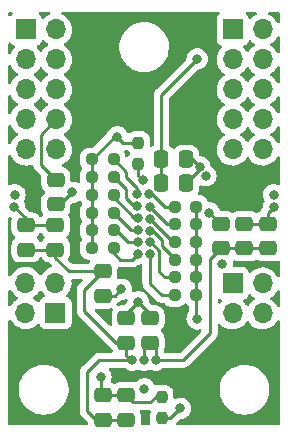
<source format=gbl>
%TF.GenerationSoftware,KiCad,Pcbnew,(6.0.0)*%
%TF.CreationDate,2023-03-26T17:46:31-04:00*%
%TF.ProjectId,daughterBoard,64617567-6874-4657-9242-6f6172642e6b,rev?*%
%TF.SameCoordinates,Original*%
%TF.FileFunction,Copper,L4,Bot*%
%TF.FilePolarity,Positive*%
%FSLAX46Y46*%
G04 Gerber Fmt 4.6, Leading zero omitted, Abs format (unit mm)*
G04 Created by KiCad (PCBNEW (6.0.0)) date 2023-03-26 17:46:31*
%MOMM*%
%LPD*%
G01*
G04 APERTURE LIST*
G04 Aperture macros list*
%AMRoundRect*
0 Rectangle with rounded corners*
0 $1 Rounding radius*
0 $2 $3 $4 $5 $6 $7 $8 $9 X,Y pos of 4 corners*
0 Add a 4 corners polygon primitive as box body*
4,1,4,$2,$3,$4,$5,$6,$7,$8,$9,$2,$3,0*
0 Add four circle primitives for the rounded corners*
1,1,$1+$1,$2,$3*
1,1,$1+$1,$4,$5*
1,1,$1+$1,$6,$7*
1,1,$1+$1,$8,$9*
0 Add four rect primitives between the rounded corners*
20,1,$1+$1,$2,$3,$4,$5,0*
20,1,$1+$1,$4,$5,$6,$7,0*
20,1,$1+$1,$6,$7,$8,$9,0*
20,1,$1+$1,$8,$9,$2,$3,0*%
G04 Aperture macros list end*
%TA.AperFunction,ComponentPad*%
%ADD10R,1.700000X1.700000*%
%TD*%
%TA.AperFunction,ComponentPad*%
%ADD11O,1.700000X1.700000*%
%TD*%
%TA.AperFunction,SMDPad,CuDef*%
%ADD12RoundRect,0.250000X0.475000X-0.337500X0.475000X0.337500X-0.475000X0.337500X-0.475000X-0.337500X0*%
%TD*%
%TA.AperFunction,SMDPad,CuDef*%
%ADD13RoundRect,0.250000X-0.475000X0.337500X-0.475000X-0.337500X0.475000X-0.337500X0.475000X0.337500X0*%
%TD*%
%TA.AperFunction,SMDPad,CuDef*%
%ADD14RoundRect,0.250000X0.337500X0.475000X-0.337500X0.475000X-0.337500X-0.475000X0.337500X-0.475000X0*%
%TD*%
%TA.AperFunction,SMDPad,CuDef*%
%ADD15RoundRect,0.237500X-0.237500X0.250000X-0.237500X-0.250000X0.237500X-0.250000X0.237500X0.250000X0*%
%TD*%
%TA.AperFunction,SMDPad,CuDef*%
%ADD16RoundRect,0.237500X-0.250000X-0.237500X0.250000X-0.237500X0.250000X0.237500X-0.250000X0.237500X0*%
%TD*%
%TA.AperFunction,SMDPad,CuDef*%
%ADD17RoundRect,0.237500X0.250000X0.237500X-0.250000X0.237500X-0.250000X-0.237500X0.250000X-0.237500X0*%
%TD*%
%TA.AperFunction,ViaPad*%
%ADD18C,0.800000*%
%TD*%
%TA.AperFunction,Conductor*%
%ADD19C,0.250000*%
%TD*%
G04 APERTURE END LIST*
D10*
%TO.P,J4,1,Pin_1*%
%TO.N,/SCM*%
X119500000Y-52000000D03*
D11*
%TO.P,J4,2,Pin_2*%
%TO.N,unconnected-(J4-Pad2)*%
X122040000Y-52000000D03*
%TO.P,J4,3,Pin_3*%
%TO.N,/SDM*%
X119500000Y-54540000D03*
%TO.P,J4,4,Pin_4*%
%TO.N,unconnected-(J4-Pad4)*%
X122040000Y-54540000D03*
%TO.P,J4,5,Pin_5*%
%TO.N,+3V3*%
X119500000Y-57080000D03*
%TO.P,J4,6,Pin_6*%
X122040000Y-57080000D03*
%TO.P,J4,7,Pin_7*%
%TO.N,GND*%
X119500000Y-59620000D03*
%TO.P,J4,8,Pin_8*%
X122040000Y-59620000D03*
%TO.P,J4,9,Pin_9*%
%TO.N,unconnected-(J4-Pad9)*%
X119500000Y-62160000D03*
%TO.P,J4,10,Pin_10*%
%TO.N,unconnected-(J4-Pad10)*%
X122040000Y-62160000D03*
%TD*%
D10*
%TO.P,J2,1,Pin_1*%
%TO.N,Net-(J2-Pad1)*%
X119500000Y-73500000D03*
D11*
%TO.P,J2,2,Pin_2*%
%TO.N,unconnected-(J2-Pad2)*%
X122040000Y-73500000D03*
%TO.P,J2,3,Pin_3*%
%TO.N,Net-(J2-Pad3)*%
X119500000Y-76040000D03*
%TO.P,J2,4,Pin_4*%
%TO.N,unconnected-(J2-Pad4)*%
X122040000Y-76040000D03*
%TD*%
D10*
%TO.P,J3,1,Pin_1*%
%TO.N,Net-(J3-Pad1)*%
X104500000Y-76000000D03*
D11*
%TO.P,J3,2,Pin_2*%
%TO.N,unconnected-(J3-Pad2)*%
X101960000Y-76000000D03*
%TO.P,J3,3,Pin_3*%
%TO.N,Net-(J3-Pad3)*%
X104500000Y-73460000D03*
%TO.P,J3,4,Pin_4*%
%TO.N,unconnected-(J3-Pad4)*%
X101960000Y-73460000D03*
%TD*%
D10*
%TO.P,J1,1,Pin_1*%
%TO.N,/SCM*%
X102000000Y-52000000D03*
D11*
%TO.P,J1,2,Pin_2*%
%TO.N,unconnected-(J1-Pad2)*%
X104540000Y-52000000D03*
%TO.P,J1,3,Pin_3*%
%TO.N,/SDM*%
X102000000Y-54540000D03*
%TO.P,J1,4,Pin_4*%
%TO.N,unconnected-(J1-Pad4)*%
X104540000Y-54540000D03*
%TO.P,J1,5,Pin_5*%
%TO.N,+3V3*%
X102000000Y-57080000D03*
%TO.P,J1,6,Pin_6*%
X104540000Y-57080000D03*
%TO.P,J1,7,Pin_7*%
%TO.N,GND*%
X102000000Y-59620000D03*
%TO.P,J1,8,Pin_8*%
X104540000Y-59620000D03*
%TO.P,J1,9,Pin_9*%
%TO.N,unconnected-(J1-Pad9)*%
X102000000Y-62160000D03*
%TO.P,J1,10,Pin_10*%
%TO.N,unconnected-(J1-Pad10)*%
X104540000Y-62160000D03*
%TD*%
D12*
%TO.P,C10,1*%
%TO.N,GND*%
X110500000Y-78537500D03*
%TO.P,C10,2*%
%TO.N,+3V3*%
X110500000Y-76462500D03*
%TD*%
D13*
%TO.P,C8,1*%
%TO.N,+3V3*%
X108500000Y-82962500D03*
%TO.P,C8,2*%
%TO.N,GND*%
X108500000Y-85037500D03*
%TD*%
%TO.P,C5,1*%
%TO.N,+3V3*%
X104500000Y-68558500D03*
%TO.P,C5,2*%
%TO.N,GND*%
X104500000Y-70633500D03*
%TD*%
D12*
%TO.P,C11,1*%
%TO.N,GND*%
X112500000Y-78537500D03*
%TO.P,C11,2*%
%TO.N,+3V3*%
X112500000Y-76462500D03*
%TD*%
D14*
%TO.P,C13,1*%
%TO.N,+3V3*%
X115537500Y-65000000D03*
%TO.P,C13,2*%
%TO.N,GND*%
X113462500Y-65000000D03*
%TD*%
D15*
%TO.P,R1,1*%
%TO.N,+3V3*%
X113500000Y-83087500D03*
%TO.P,R1,2*%
%TO.N,Net-(R1-Pad2)*%
X113500000Y-84912500D03*
%TD*%
D13*
%TO.P,C1,1*%
%TO.N,+3V3*%
X122500000Y-68462500D03*
%TO.P,C1,2*%
%TO.N,GND*%
X122500000Y-70537500D03*
%TD*%
D15*
%TO.P,R4,1*%
%TO.N,+3V3*%
X111500000Y-61587500D03*
%TO.P,R4,2*%
%TO.N,Net-(R4-Pad2)*%
X111500000Y-63412500D03*
%TD*%
D16*
%TO.P,R7,1*%
%TO.N,/SC2*%
X114587500Y-71500000D03*
%TO.P,R7,2*%
%TO.N,+3V3*%
X116412500Y-71500000D03*
%TD*%
D17*
%TO.P,R14,1*%
%TO.N,+3V3*%
X116412500Y-70000000D03*
%TO.P,R14,2*%
%TO.N,/INT3*%
X114587500Y-70000000D03*
%TD*%
D13*
%TO.P,C3,1*%
%TO.N,Net-(C3-Pad1)*%
X118500000Y-68462500D03*
%TO.P,C3,2*%
%TO.N,GND*%
X118500000Y-70537500D03*
%TD*%
D12*
%TO.P,C6,1*%
%TO.N,Net-(C6-Pad1)*%
X104521000Y-66802000D03*
%TO.P,C6,2*%
%TO.N,GND*%
X104521000Y-64727000D03*
%TD*%
D13*
%TO.P,C9,1*%
%TO.N,+3V3*%
X110500000Y-82962500D03*
%TO.P,C9,2*%
%TO.N,GND*%
X110500000Y-85037500D03*
%TD*%
D16*
%TO.P,R5,1*%
%TO.N,/SC3*%
X114587500Y-67000000D03*
%TO.P,R5,2*%
%TO.N,+3V3*%
X116412500Y-67000000D03*
%TD*%
%TO.P,R8,1*%
%TO.N,/SD2*%
X114587500Y-73000000D03*
%TO.P,R8,2*%
%TO.N,+3V3*%
X116412500Y-73000000D03*
%TD*%
D17*
%TO.P,R12,1*%
%TO.N,/SD0*%
X109412500Y-64500000D03*
%TO.P,R12,2*%
%TO.N,+3V3*%
X107587500Y-64500000D03*
%TD*%
D14*
%TO.P,C12,1*%
%TO.N,+3V3*%
X115537500Y-63000000D03*
%TO.P,C12,2*%
%TO.N,GND*%
X113462500Y-63000000D03*
%TD*%
D17*
%TO.P,R11,1*%
%TO.N,/SC0*%
X109412500Y-66000000D03*
%TO.P,R11,2*%
%TO.N,+3V3*%
X107587500Y-66000000D03*
%TD*%
%TO.P,R10,1*%
%TO.N,/SD1*%
X109412500Y-69000000D03*
%TO.P,R10,2*%
%TO.N,+3V3*%
X107587500Y-69000000D03*
%TD*%
D16*
%TO.P,R6,1*%
%TO.N,/SD3*%
X114587500Y-68500000D03*
%TO.P,R6,2*%
%TO.N,+3V3*%
X116412500Y-68500000D03*
%TD*%
D17*
%TO.P,R13,1*%
%TO.N,+3V3*%
X116412500Y-74500000D03*
%TO.P,R13,2*%
%TO.N,/INT2*%
X114587500Y-74500000D03*
%TD*%
D13*
%TO.P,C2,1*%
%TO.N,+3V3*%
X120500000Y-68462500D03*
%TO.P,C2,2*%
%TO.N,GND*%
X120500000Y-70537500D03*
%TD*%
%TO.P,C4,1*%
%TO.N,+3V3*%
X102000000Y-68558500D03*
%TO.P,C4,2*%
%TO.N,GND*%
X102000000Y-70633500D03*
%TD*%
D12*
%TO.P,C7,1*%
%TO.N,+3V3*%
X108500000Y-74537500D03*
%TO.P,C7,2*%
%TO.N,GND*%
X108500000Y-72462500D03*
%TD*%
D16*
%TO.P,R3,1*%
%TO.N,+3V3*%
X107587500Y-67500000D03*
%TO.P,R3,2*%
%TO.N,/INT1*%
X109412500Y-67500000D03*
%TD*%
D17*
%TO.P,R9,1*%
%TO.N,/SC1*%
X109412500Y-70500000D03*
%TO.P,R9,2*%
%TO.N,+3V3*%
X107587500Y-70500000D03*
%TD*%
D16*
%TO.P,R2,1*%
%TO.N,+3V3*%
X107587500Y-63000000D03*
%TO.P,R2,2*%
%TO.N,/INT0*%
X109412500Y-63000000D03*
%TD*%
D18*
%TO.N,+3V3*%
X109728000Y-61087000D03*
X116713000Y-63627000D03*
X111506000Y-75057000D03*
X116500000Y-76500000D03*
X108331000Y-81407000D03*
X101000000Y-67000000D03*
X117221000Y-64389000D03*
X110071500Y-74000000D03*
X123000040Y-67001893D03*
%TO.N,GND*%
X111000000Y-80000000D03*
X113000000Y-80000000D03*
X101054500Y-66000000D03*
X122973500Y-66002610D03*
X112014000Y-82423000D03*
X118618000Y-71882000D03*
X116500000Y-54500000D03*
X112000000Y-80000000D03*
%TO.N,Net-(C3-Pad1)*%
X117531916Y-67526500D03*
%TO.N,Net-(C6-Pad1)*%
X105918000Y-65786000D03*
%TO.N,Net-(R1-Pad2)*%
X115062000Y-84074000D03*
%TO.N,/INT0*%
X111379000Y-65913000D03*
%TO.N,/INT1*%
X111464849Y-68986971D03*
%TO.N,Net-(R4-Pad2)*%
X111887000Y-64770000D03*
%TO.N,/SC3*%
X112395000Y-65913000D03*
%TO.N,/SD3*%
X112487701Y-67012299D03*
%TO.N,/SC2*%
X112463103Y-69036897D03*
%TO.N,/SD2*%
X112513029Y-70035151D03*
%TO.N,/SC1*%
X111500000Y-71000000D03*
%TO.N,/SD1*%
X111512299Y-69987701D03*
%TO.N,/SC0*%
X111476583Y-67987537D03*
%TO.N,/SD0*%
X111383299Y-66933299D03*
%TO.N,/INT2*%
X112499557Y-71034563D03*
%TO.N,/INT3*%
X112475402Y-68024598D03*
%TD*%
D19*
%TO.N,+3V3*%
X108331000Y-82793500D02*
X108500000Y-82962500D01*
X110500000Y-76462500D02*
X110500000Y-76063000D01*
X116713000Y-63627000D02*
X116713000Y-63824500D01*
X112500000Y-76462500D02*
X112500000Y-76051000D01*
X110500000Y-76063000D02*
X111506000Y-75057000D01*
X109534000Y-74537500D02*
X110071500Y-74000000D01*
X116713000Y-63824500D02*
X115537500Y-65000000D01*
X108500000Y-74537500D02*
X109534000Y-74537500D01*
X116412500Y-74500000D02*
X116412500Y-76412500D01*
X104500000Y-68558500D02*
X102000000Y-68558500D01*
X110500000Y-82962500D02*
X108500000Y-82962500D01*
X120500000Y-68462500D02*
X122500000Y-68462500D01*
X122500000Y-67501933D02*
X123000040Y-67001893D01*
X107587500Y-67500000D02*
X107587500Y-66000000D01*
X112500000Y-76051000D02*
X111506000Y-75057000D01*
X113000500Y-83087500D02*
X112522000Y-83566000D01*
X111500000Y-61587500D02*
X110228500Y-61587500D01*
X116412500Y-68500000D02*
X116412500Y-70000000D01*
X107587500Y-69000000D02*
X107587500Y-67500000D01*
X107587500Y-64500000D02*
X107587500Y-63000000D01*
X110228500Y-61587500D02*
X109728000Y-61087000D01*
X102000000Y-68000000D02*
X101000000Y-67000000D01*
X111103500Y-83566000D02*
X110500000Y-82962500D01*
X112522000Y-83566000D02*
X111103500Y-83566000D01*
X115537500Y-63000000D02*
X116086000Y-63000000D01*
X107587500Y-70500000D02*
X107587500Y-69000000D01*
X102000000Y-68558500D02*
X102000000Y-68000000D01*
X116412500Y-70000000D02*
X116412500Y-71500000D01*
X108331000Y-81407000D02*
X108331000Y-82793500D01*
X116412500Y-71500000D02*
X116412500Y-73000000D01*
X107587500Y-63000000D02*
X109500500Y-61087000D01*
X107587500Y-66000000D02*
X107587500Y-64500000D01*
X113500000Y-83087500D02*
X113000500Y-83087500D01*
X116086000Y-63000000D02*
X116713000Y-63627000D01*
X116412500Y-73000000D02*
X116412500Y-74500000D01*
X122500000Y-68462500D02*
X122500000Y-67501933D01*
X109500500Y-61087000D02*
X109728000Y-61087000D01*
X116412500Y-76412500D02*
X116500000Y-76500000D01*
X116412500Y-67000000D02*
X116412500Y-68500000D01*
%TO.N,GND*%
X113462500Y-65000000D02*
X113462500Y-63000000D01*
X107188000Y-84328000D02*
X107188000Y-81026000D01*
X113000000Y-80000000D02*
X113000000Y-79037500D01*
X117602000Y-77724000D02*
X115326000Y-80000000D01*
X111000000Y-80000000D02*
X110861000Y-80000000D01*
X113000000Y-79037500D02*
X112500000Y-78537500D01*
X118500000Y-70537500D02*
X117602000Y-71435500D01*
X104521000Y-64727000D02*
X103251000Y-63457000D01*
X105609500Y-72462500D02*
X108500000Y-72462500D01*
X110490000Y-78547500D02*
X110500000Y-78537500D01*
X103251000Y-60909000D02*
X104540000Y-59620000D01*
X106934000Y-74028500D02*
X108500000Y-72462500D01*
X107897500Y-85037500D02*
X107188000Y-84328000D01*
X118500000Y-70537500D02*
X120500000Y-70537500D01*
X110490000Y-79629000D02*
X110490000Y-78547500D01*
X115326000Y-80000000D02*
X113000000Y-80000000D01*
X108500000Y-85037500D02*
X107897500Y-85037500D01*
X112000000Y-79037500D02*
X112500000Y-78537500D01*
X102000000Y-70633500D02*
X104500000Y-70633500D01*
X103251000Y-63457000D02*
X103251000Y-60909000D01*
X110500000Y-85037500D02*
X108500000Y-85037500D01*
X108214000Y-80000000D02*
X111000000Y-80000000D01*
X110861000Y-80000000D02*
X110490000Y-79629000D01*
X104500000Y-70633500D02*
X104500000Y-71353000D01*
X113462500Y-57537500D02*
X116500000Y-54500000D01*
X112000000Y-80000000D02*
X112000000Y-79037500D01*
X109652500Y-78537500D02*
X106934000Y-75819000D01*
X104500000Y-71353000D02*
X105609500Y-72462500D01*
X117602000Y-71435500D02*
X117602000Y-77724000D01*
X107188000Y-81026000D02*
X108214000Y-80000000D01*
X122500000Y-70537500D02*
X120500000Y-70537500D01*
X106934000Y-75819000D02*
X106934000Y-74028500D01*
X110500000Y-78537500D02*
X109652500Y-78537500D01*
X113462500Y-63000000D02*
X113462500Y-57537500D01*
%TO.N,Net-(C3-Pad1)*%
X118000000Y-67994584D02*
X117531916Y-67526500D01*
X118000000Y-68462500D02*
X118000000Y-67994584D01*
%TO.N,Net-(C6-Pad1)*%
X104902000Y-66802000D02*
X105918000Y-65786000D01*
X104521000Y-66802000D02*
X104902000Y-66802000D01*
%TO.N,Net-(R1-Pad2)*%
X113500000Y-84912500D02*
X114223500Y-84912500D01*
X114223500Y-84912500D02*
X115062000Y-84074000D01*
%TO.N,/INT0*%
X110490000Y-64077500D02*
X109412500Y-63000000D01*
X111379000Y-65913000D02*
X111379000Y-65405000D01*
X111379000Y-65405000D02*
X110490000Y-64516000D01*
X110490000Y-64516000D02*
X110490000Y-64077500D01*
%TO.N,/INT1*%
X109412500Y-67500000D02*
X110899471Y-68986971D01*
X110899471Y-68986971D02*
X111464849Y-68986971D01*
%TO.N,Net-(R4-Pad2)*%
X111500000Y-64383000D02*
X111887000Y-64770000D01*
X111500000Y-63412500D02*
X111500000Y-64383000D01*
%TO.N,/SC3*%
X112531520Y-66049520D02*
X112785520Y-66049520D01*
X112785520Y-66049520D02*
X113736000Y-67000000D01*
X112395000Y-65913000D02*
X112531520Y-66049520D01*
X113736000Y-67000000D02*
X114587500Y-67000000D01*
%TO.N,/SD3*%
X113975402Y-68500000D02*
X112487701Y-67012299D01*
X114587500Y-68500000D02*
X113975402Y-68500000D01*
%TO.N,/SC2*%
X113538000Y-69850000D02*
X112724897Y-69036897D01*
X114587500Y-71500000D02*
X114587500Y-71407500D01*
X112724897Y-69036897D02*
X112463103Y-69036897D01*
X114587500Y-71407500D02*
X113538000Y-70358000D01*
X113538000Y-70358000D02*
X113538000Y-69850000D01*
%TO.N,/SD2*%
X113767000Y-73000000D02*
X113284000Y-72517000D01*
X113284000Y-70739704D02*
X112579447Y-70035151D01*
X114587500Y-73000000D02*
X113767000Y-73000000D01*
X112579447Y-70035151D02*
X112513029Y-70035151D01*
X113284000Y-72517000D02*
X113284000Y-70739704D01*
%TO.N,/SC1*%
X110999000Y-71501000D02*
X111500000Y-71000000D01*
X109412500Y-70500000D02*
X109412500Y-70931500D01*
X109982000Y-71501000D02*
X110999000Y-71501000D01*
X109412500Y-70931500D02*
X109982000Y-71501000D01*
%TO.N,/SD1*%
X109412500Y-69000000D02*
X109640000Y-69000000D01*
X110627701Y-69987701D02*
X111512299Y-69987701D01*
X109640000Y-69000000D02*
X110627701Y-69987701D01*
%TO.N,/SC0*%
X111182353Y-67987537D02*
X111476583Y-67987537D01*
X109412500Y-66217684D02*
X111182353Y-67987537D01*
X109412500Y-66000000D02*
X109412500Y-66217684D01*
%TO.N,/SD0*%
X109412500Y-64500000D02*
X109458000Y-64500000D01*
X109458000Y-64500000D02*
X110490000Y-65532000D01*
X111129299Y-66933299D02*
X111383299Y-66933299D01*
X110490000Y-65532000D02*
X110490000Y-66294000D01*
X110490000Y-66294000D02*
X111129299Y-66933299D01*
%TO.N,/INT2*%
X113489000Y-74500000D02*
X112499557Y-73510557D01*
X114587500Y-74500000D02*
X113489000Y-74500000D01*
X112499557Y-73510557D02*
X112499557Y-71034563D01*
%TO.N,/INT3*%
X114450804Y-70000000D02*
X112475402Y-68024598D01*
X114587500Y-70000000D02*
X114450804Y-70000000D01*
%TD*%
%TA.AperFunction,NonConductor*%
G36*
X100848562Y-50528002D02*
G01*
X100895055Y-50581658D01*
X100905159Y-50651932D01*
X100875665Y-50716512D01*
X100856006Y-50734826D01*
X100823568Y-50759137D01*
X100786739Y-50786739D01*
X100781358Y-50793919D01*
X100781357Y-50793920D01*
X100734826Y-50856006D01*
X100677967Y-50898521D01*
X100607148Y-50903547D01*
X100544855Y-50869487D01*
X100510865Y-50807155D01*
X100508000Y-50780441D01*
X100508000Y-50634000D01*
X100528002Y-50565879D01*
X100581658Y-50519386D01*
X100634000Y-50508000D01*
X100780441Y-50508000D01*
X100848562Y-50528002D01*
G37*
%TD.AperFunction*%
%TA.AperFunction,NonConductor*%
G36*
X121517075Y-50528002D02*
G01*
X121563568Y-50581658D01*
X121573672Y-50651932D01*
X121544178Y-50716512D01*
X121507134Y-50745763D01*
X121414626Y-50793920D01*
X121313607Y-50846507D01*
X121309474Y-50849610D01*
X121309471Y-50849612D01*
X121139100Y-50977530D01*
X121134965Y-50980635D01*
X121078537Y-51039684D01*
X121054283Y-51065064D01*
X120992759Y-51100494D01*
X120921846Y-51097037D01*
X120864060Y-51055791D01*
X120845207Y-51022243D01*
X120803767Y-50911703D01*
X120800615Y-50903295D01*
X120713261Y-50786739D01*
X120676432Y-50759137D01*
X120643994Y-50734826D01*
X120601479Y-50677967D01*
X120596453Y-50607148D01*
X120630513Y-50544855D01*
X120692845Y-50510865D01*
X120719559Y-50508000D01*
X121448954Y-50508000D01*
X121517075Y-50528002D01*
G37*
%TD.AperFunction*%
%TA.AperFunction,NonConductor*%
G36*
X104017075Y-50528002D02*
G01*
X104063568Y-50581658D01*
X104073672Y-50651932D01*
X104044178Y-50716512D01*
X104007134Y-50745763D01*
X103914626Y-50793920D01*
X103813607Y-50846507D01*
X103809474Y-50849610D01*
X103809471Y-50849612D01*
X103639100Y-50977530D01*
X103634965Y-50980635D01*
X103578537Y-51039684D01*
X103554283Y-51065064D01*
X103492759Y-51100494D01*
X103421846Y-51097037D01*
X103364060Y-51055791D01*
X103345207Y-51022243D01*
X103303767Y-50911703D01*
X103300615Y-50903295D01*
X103213261Y-50786739D01*
X103176432Y-50759137D01*
X103143994Y-50734826D01*
X103101479Y-50677967D01*
X103096453Y-50607148D01*
X103130513Y-50544855D01*
X103192845Y-50510865D01*
X103219559Y-50508000D01*
X103948954Y-50508000D01*
X104017075Y-50528002D01*
G37*
%TD.AperFunction*%
%TA.AperFunction,NonConductor*%
G36*
X123434121Y-50528002D02*
G01*
X123480614Y-50581658D01*
X123492000Y-50634000D01*
X123492000Y-51326519D01*
X123471998Y-51394640D01*
X123418342Y-51441133D01*
X123348068Y-51451237D01*
X123283488Y-51421743D01*
X123250452Y-51376764D01*
X123241354Y-51355840D01*
X123120014Y-51168277D01*
X122969670Y-51003051D01*
X122965619Y-50999852D01*
X122965615Y-50999848D01*
X122798414Y-50867800D01*
X122798410Y-50867798D01*
X122794359Y-50864598D01*
X122598789Y-50756638D01*
X122593919Y-50754913D01*
X122593909Y-50754909D01*
X122587874Y-50752772D01*
X122530338Y-50711178D01*
X122504423Y-50645080D01*
X122518358Y-50575464D01*
X122567717Y-50524433D01*
X122629935Y-50508000D01*
X123366000Y-50508000D01*
X123434121Y-50528002D01*
G37*
%TD.AperFunction*%
%TA.AperFunction,NonConductor*%
G36*
X103523150Y-52913126D02*
G01*
X103557817Y-52941114D01*
X103586250Y-52973938D01*
X103758126Y-53116632D01*
X103804951Y-53143994D01*
X103831445Y-53159476D01*
X103880169Y-53211114D01*
X103893240Y-53280897D01*
X103866509Y-53346669D01*
X103826055Y-53380027D01*
X103813607Y-53386507D01*
X103809474Y-53389610D01*
X103809471Y-53389612D01*
X103685567Y-53482642D01*
X103634965Y-53520635D01*
X103480629Y-53682138D01*
X103373201Y-53839621D01*
X103318293Y-53884621D01*
X103247768Y-53892792D01*
X103184021Y-53861538D01*
X103163324Y-53837054D01*
X103082822Y-53712617D01*
X103082820Y-53712614D01*
X103080014Y-53708277D01*
X103076532Y-53704450D01*
X102932798Y-53546488D01*
X102901746Y-53482642D01*
X102910141Y-53412143D01*
X102955317Y-53357375D01*
X102981761Y-53343706D01*
X103088297Y-53303767D01*
X103096705Y-53300615D01*
X103213261Y-53213261D01*
X103300615Y-53096705D01*
X103312560Y-53064841D01*
X103344598Y-52979382D01*
X103387240Y-52922618D01*
X103453802Y-52897918D01*
X103523150Y-52913126D01*
G37*
%TD.AperFunction*%
%TA.AperFunction,NonConductor*%
G36*
X121023150Y-52913126D02*
G01*
X121057817Y-52941114D01*
X121086250Y-52973938D01*
X121258126Y-53116632D01*
X121304951Y-53143994D01*
X121331445Y-53159476D01*
X121380169Y-53211114D01*
X121393240Y-53280897D01*
X121366509Y-53346669D01*
X121326055Y-53380027D01*
X121313607Y-53386507D01*
X121309474Y-53389610D01*
X121309471Y-53389612D01*
X121185567Y-53482642D01*
X121134965Y-53520635D01*
X120980629Y-53682138D01*
X120873201Y-53839621D01*
X120818293Y-53884621D01*
X120747768Y-53892792D01*
X120684021Y-53861538D01*
X120663324Y-53837054D01*
X120582822Y-53712617D01*
X120582820Y-53712614D01*
X120580014Y-53708277D01*
X120576532Y-53704450D01*
X120432798Y-53546488D01*
X120401746Y-53482642D01*
X120410141Y-53412143D01*
X120455317Y-53357375D01*
X120481761Y-53343706D01*
X120588297Y-53303767D01*
X120596705Y-53300615D01*
X120713261Y-53213261D01*
X120800615Y-53096705D01*
X120812560Y-53064841D01*
X120844598Y-52979382D01*
X120887240Y-52922618D01*
X120953802Y-52897918D01*
X121023150Y-52913126D01*
G37*
%TD.AperFunction*%
%TA.AperFunction,NonConductor*%
G36*
X123437334Y-52563819D02*
G01*
X123482162Y-52618873D01*
X123492000Y-52667682D01*
X123492000Y-53866519D01*
X123471998Y-53934640D01*
X123418342Y-53981133D01*
X123348068Y-53991237D01*
X123283488Y-53961743D01*
X123250452Y-53916764D01*
X123241354Y-53895840D01*
X123196202Y-53826045D01*
X123122822Y-53712617D01*
X123122820Y-53712614D01*
X123120014Y-53708277D01*
X122969670Y-53543051D01*
X122965619Y-53539852D01*
X122965615Y-53539848D01*
X122798414Y-53407800D01*
X122798410Y-53407798D01*
X122794359Y-53404598D01*
X122753053Y-53381796D01*
X122703084Y-53331364D01*
X122688312Y-53261921D01*
X122713428Y-53195516D01*
X122740780Y-53168909D01*
X122803270Y-53124335D01*
X122919860Y-53041173D01*
X123078096Y-52883489D01*
X123131548Y-52809103D01*
X123205435Y-52706277D01*
X123208453Y-52702077D01*
X123253044Y-52611854D01*
X123301156Y-52559648D01*
X123369857Y-52541741D01*
X123437334Y-52563819D01*
G37*
%TD.AperFunction*%
%TA.AperFunction,NonConductor*%
G36*
X100716512Y-53124335D02*
G01*
X100734826Y-53143994D01*
X100786739Y-53213261D01*
X100903295Y-53300615D01*
X100911704Y-53303767D01*
X100911705Y-53303768D01*
X101020451Y-53344535D01*
X101077216Y-53387176D01*
X101101916Y-53453738D01*
X101086709Y-53523087D01*
X101067316Y-53549568D01*
X100940629Y-53682138D01*
X100814743Y-53866680D01*
X100770007Y-53963056D01*
X100748288Y-54009846D01*
X100701464Y-54063213D01*
X100633221Y-54082794D01*
X100565225Y-54062371D01*
X100519065Y-54008428D01*
X100508000Y-53956796D01*
X100508000Y-53219559D01*
X100528002Y-53151438D01*
X100581658Y-53104945D01*
X100651932Y-53094841D01*
X100716512Y-53124335D01*
G37*
%TD.AperFunction*%
%TA.AperFunction,NonConductor*%
G36*
X103352026Y-55215144D02*
G01*
X103379875Y-55246994D01*
X103439987Y-55345088D01*
X103586250Y-55513938D01*
X103758126Y-55656632D01*
X103828595Y-55697811D01*
X103831445Y-55699476D01*
X103880169Y-55751114D01*
X103893240Y-55820897D01*
X103866509Y-55886669D01*
X103826055Y-55920027D01*
X103813607Y-55926507D01*
X103809474Y-55929610D01*
X103809471Y-55929612D01*
X103785247Y-55947800D01*
X103634965Y-56060635D01*
X103480629Y-56222138D01*
X103373201Y-56379621D01*
X103318293Y-56424621D01*
X103247768Y-56432792D01*
X103184021Y-56401538D01*
X103163324Y-56377054D01*
X103082822Y-56252617D01*
X103082820Y-56252614D01*
X103080014Y-56248277D01*
X102929670Y-56083051D01*
X102925619Y-56079852D01*
X102925615Y-56079848D01*
X102758414Y-55947800D01*
X102758410Y-55947798D01*
X102754359Y-55944598D01*
X102713053Y-55921796D01*
X102663084Y-55871364D01*
X102648312Y-55801921D01*
X102673428Y-55735516D01*
X102700780Y-55708909D01*
X102744603Y-55677650D01*
X102879860Y-55581173D01*
X103038096Y-55423489D01*
X103079328Y-55366109D01*
X103168453Y-55242077D01*
X103169776Y-55243028D01*
X103216645Y-55199857D01*
X103286580Y-55187625D01*
X103352026Y-55215144D01*
G37*
%TD.AperFunction*%
%TA.AperFunction,NonConductor*%
G36*
X120852026Y-55215144D02*
G01*
X120879875Y-55246994D01*
X120939987Y-55345088D01*
X121086250Y-55513938D01*
X121258126Y-55656632D01*
X121328595Y-55697811D01*
X121331445Y-55699476D01*
X121380169Y-55751114D01*
X121393240Y-55820897D01*
X121366509Y-55886669D01*
X121326055Y-55920027D01*
X121313607Y-55926507D01*
X121309474Y-55929610D01*
X121309471Y-55929612D01*
X121285247Y-55947800D01*
X121134965Y-56060635D01*
X120980629Y-56222138D01*
X120873201Y-56379621D01*
X120818293Y-56424621D01*
X120747768Y-56432792D01*
X120684021Y-56401538D01*
X120663324Y-56377054D01*
X120582822Y-56252617D01*
X120582820Y-56252614D01*
X120580014Y-56248277D01*
X120429670Y-56083051D01*
X120425619Y-56079852D01*
X120425615Y-56079848D01*
X120258414Y-55947800D01*
X120258410Y-55947798D01*
X120254359Y-55944598D01*
X120213053Y-55921796D01*
X120163084Y-55871364D01*
X120148312Y-55801921D01*
X120173428Y-55735516D01*
X120200780Y-55708909D01*
X120244603Y-55677650D01*
X120379860Y-55581173D01*
X120538096Y-55423489D01*
X120579328Y-55366109D01*
X120668453Y-55242077D01*
X120669776Y-55243028D01*
X120716645Y-55199857D01*
X120786580Y-55187625D01*
X120852026Y-55215144D01*
G37*
%TD.AperFunction*%
%TA.AperFunction,NonConductor*%
G36*
X123437334Y-55103819D02*
G01*
X123482162Y-55158873D01*
X123492000Y-55207682D01*
X123492000Y-56406519D01*
X123471998Y-56474640D01*
X123418342Y-56521133D01*
X123348068Y-56531237D01*
X123283488Y-56501743D01*
X123250452Y-56456764D01*
X123241354Y-56435840D01*
X123120014Y-56248277D01*
X122969670Y-56083051D01*
X122965619Y-56079852D01*
X122965615Y-56079848D01*
X122798414Y-55947800D01*
X122798410Y-55947798D01*
X122794359Y-55944598D01*
X122753053Y-55921796D01*
X122703084Y-55871364D01*
X122688312Y-55801921D01*
X122713428Y-55735516D01*
X122740780Y-55708909D01*
X122784603Y-55677650D01*
X122919860Y-55581173D01*
X123078096Y-55423489D01*
X123119328Y-55366109D01*
X123205435Y-55246277D01*
X123208453Y-55242077D01*
X123253044Y-55151854D01*
X123301156Y-55099648D01*
X123369857Y-55081741D01*
X123437334Y-55103819D01*
G37*
%TD.AperFunction*%
%TA.AperFunction,NonConductor*%
G36*
X100716512Y-55026701D02*
G01*
X100750743Y-55074521D01*
X100773647Y-55130926D01*
X100783266Y-55154616D01*
X100834019Y-55237438D01*
X100897291Y-55340688D01*
X100899987Y-55345088D01*
X101046250Y-55513938D01*
X101218126Y-55656632D01*
X101288595Y-55697811D01*
X101291445Y-55699476D01*
X101340169Y-55751114D01*
X101353240Y-55820897D01*
X101326509Y-55886669D01*
X101286055Y-55920027D01*
X101273607Y-55926507D01*
X101269474Y-55929610D01*
X101269471Y-55929612D01*
X101245247Y-55947800D01*
X101094965Y-56060635D01*
X100940629Y-56222138D01*
X100814743Y-56406680D01*
X100761616Y-56521133D01*
X100748288Y-56549846D01*
X100701464Y-56603213D01*
X100633221Y-56622794D01*
X100565225Y-56602371D01*
X100519065Y-56548428D01*
X100508000Y-56496796D01*
X100508000Y-55121925D01*
X100528002Y-55053804D01*
X100581658Y-55007311D01*
X100651932Y-54997207D01*
X100716512Y-55026701D01*
G37*
%TD.AperFunction*%
%TA.AperFunction,NonConductor*%
G36*
X120852026Y-57755144D02*
G01*
X120879875Y-57786994D01*
X120939987Y-57885088D01*
X121086250Y-58053938D01*
X121258126Y-58196632D01*
X121328595Y-58237811D01*
X121331445Y-58239476D01*
X121380169Y-58291114D01*
X121393240Y-58360897D01*
X121366509Y-58426669D01*
X121326055Y-58460027D01*
X121313607Y-58466507D01*
X121309474Y-58469610D01*
X121309471Y-58469612D01*
X121285247Y-58487800D01*
X121134965Y-58600635D01*
X120980629Y-58762138D01*
X120873201Y-58919621D01*
X120818293Y-58964621D01*
X120747768Y-58972792D01*
X120684021Y-58941538D01*
X120663324Y-58917054D01*
X120582822Y-58792617D01*
X120582820Y-58792614D01*
X120580014Y-58788277D01*
X120429670Y-58623051D01*
X120425619Y-58619852D01*
X120425615Y-58619848D01*
X120258414Y-58487800D01*
X120258410Y-58487798D01*
X120254359Y-58484598D01*
X120213053Y-58461796D01*
X120163084Y-58411364D01*
X120148312Y-58341921D01*
X120173428Y-58275516D01*
X120200780Y-58248909D01*
X120244603Y-58217650D01*
X120379860Y-58121173D01*
X120538096Y-57963489D01*
X120597594Y-57880689D01*
X120668453Y-57782077D01*
X120669776Y-57783028D01*
X120716645Y-57739857D01*
X120786580Y-57727625D01*
X120852026Y-57755144D01*
G37*
%TD.AperFunction*%
%TA.AperFunction,NonConductor*%
G36*
X103352026Y-57755144D02*
G01*
X103379875Y-57786994D01*
X103439987Y-57885088D01*
X103586250Y-58053938D01*
X103758126Y-58196632D01*
X103828595Y-58237811D01*
X103831445Y-58239476D01*
X103880169Y-58291114D01*
X103893240Y-58360897D01*
X103866509Y-58426669D01*
X103826055Y-58460027D01*
X103813607Y-58466507D01*
X103809474Y-58469610D01*
X103809471Y-58469612D01*
X103785247Y-58487800D01*
X103634965Y-58600635D01*
X103480629Y-58762138D01*
X103373201Y-58919621D01*
X103318293Y-58964621D01*
X103247768Y-58972792D01*
X103184021Y-58941538D01*
X103163324Y-58917054D01*
X103082822Y-58792617D01*
X103082820Y-58792614D01*
X103080014Y-58788277D01*
X102929670Y-58623051D01*
X102925619Y-58619852D01*
X102925615Y-58619848D01*
X102758414Y-58487800D01*
X102758410Y-58487798D01*
X102754359Y-58484598D01*
X102713053Y-58461796D01*
X102663084Y-58411364D01*
X102648312Y-58341921D01*
X102673428Y-58275516D01*
X102700780Y-58248909D01*
X102744603Y-58217650D01*
X102879860Y-58121173D01*
X103038096Y-57963489D01*
X103097594Y-57880689D01*
X103168453Y-57782077D01*
X103169776Y-57783028D01*
X103216645Y-57739857D01*
X103286580Y-57727625D01*
X103352026Y-57755144D01*
G37*
%TD.AperFunction*%
%TA.AperFunction,NonConductor*%
G36*
X123437334Y-57643819D02*
G01*
X123482162Y-57698873D01*
X123492000Y-57747682D01*
X123492000Y-58946519D01*
X123471998Y-59014640D01*
X123418342Y-59061133D01*
X123348068Y-59071237D01*
X123283488Y-59041743D01*
X123250452Y-58996764D01*
X123241354Y-58975840D01*
X123120014Y-58788277D01*
X122969670Y-58623051D01*
X122965619Y-58619852D01*
X122965615Y-58619848D01*
X122798414Y-58487800D01*
X122798410Y-58487798D01*
X122794359Y-58484598D01*
X122753053Y-58461796D01*
X122703084Y-58411364D01*
X122688312Y-58341921D01*
X122713428Y-58275516D01*
X122740780Y-58248909D01*
X122784603Y-58217650D01*
X122919860Y-58121173D01*
X123078096Y-57963489D01*
X123137594Y-57880689D01*
X123205435Y-57786277D01*
X123208453Y-57782077D01*
X123253044Y-57691854D01*
X123301156Y-57639648D01*
X123369857Y-57621741D01*
X123437334Y-57643819D01*
G37*
%TD.AperFunction*%
%TA.AperFunction,NonConductor*%
G36*
X100716512Y-57566701D02*
G01*
X100750743Y-57614521D01*
X100783266Y-57694616D01*
X100825171Y-57762999D01*
X100897291Y-57880688D01*
X100899987Y-57885088D01*
X101046250Y-58053938D01*
X101218126Y-58196632D01*
X101288595Y-58237811D01*
X101291445Y-58239476D01*
X101340169Y-58291114D01*
X101353240Y-58360897D01*
X101326509Y-58426669D01*
X101286055Y-58460027D01*
X101273607Y-58466507D01*
X101269474Y-58469610D01*
X101269471Y-58469612D01*
X101245247Y-58487800D01*
X101094965Y-58600635D01*
X100940629Y-58762138D01*
X100814743Y-58946680D01*
X100761616Y-59061133D01*
X100748288Y-59089846D01*
X100701464Y-59143213D01*
X100633221Y-59162794D01*
X100565225Y-59142371D01*
X100519065Y-59088428D01*
X100508000Y-59036796D01*
X100508000Y-57661925D01*
X100528002Y-57593804D01*
X100581658Y-57547311D01*
X100651932Y-57537207D01*
X100716512Y-57566701D01*
G37*
%TD.AperFunction*%
%TA.AperFunction,NonConductor*%
G36*
X120852026Y-60295144D02*
G01*
X120879875Y-60326994D01*
X120939987Y-60425088D01*
X121086250Y-60593938D01*
X121258126Y-60736632D01*
X121317690Y-60771438D01*
X121331445Y-60779476D01*
X121380169Y-60831114D01*
X121393240Y-60900897D01*
X121366509Y-60966669D01*
X121326055Y-61000027D01*
X121313607Y-61006507D01*
X121309474Y-61009610D01*
X121309471Y-61009612D01*
X121287856Y-61025841D01*
X121134965Y-61140635D01*
X120980629Y-61302138D01*
X120873201Y-61459621D01*
X120818293Y-61504621D01*
X120747768Y-61512792D01*
X120684021Y-61481538D01*
X120663324Y-61457054D01*
X120582822Y-61332617D01*
X120582820Y-61332614D01*
X120580014Y-61328277D01*
X120429670Y-61163051D01*
X120425619Y-61159852D01*
X120425615Y-61159848D01*
X120258414Y-61027800D01*
X120258410Y-61027798D01*
X120254359Y-61024598D01*
X120213053Y-61001796D01*
X120163084Y-60951364D01*
X120148312Y-60881921D01*
X120173428Y-60815516D01*
X120200780Y-60788909D01*
X120263418Y-60744230D01*
X120379860Y-60661173D01*
X120383701Y-60657346D01*
X120534435Y-60507137D01*
X120538096Y-60503489D01*
X120597594Y-60420689D01*
X120668453Y-60322077D01*
X120669776Y-60323028D01*
X120716645Y-60279857D01*
X120786580Y-60267625D01*
X120852026Y-60295144D01*
G37*
%TD.AperFunction*%
%TA.AperFunction,NonConductor*%
G36*
X123437334Y-60183819D02*
G01*
X123482162Y-60238873D01*
X123492000Y-60287682D01*
X123492000Y-61486519D01*
X123471998Y-61554640D01*
X123418342Y-61601133D01*
X123348068Y-61611237D01*
X123283488Y-61581743D01*
X123250452Y-61536764D01*
X123241354Y-61515840D01*
X123120014Y-61328277D01*
X122969670Y-61163051D01*
X122965619Y-61159852D01*
X122965615Y-61159848D01*
X122798414Y-61027800D01*
X122798410Y-61027798D01*
X122794359Y-61024598D01*
X122753053Y-61001796D01*
X122703084Y-60951364D01*
X122688312Y-60881921D01*
X122713428Y-60815516D01*
X122740780Y-60788909D01*
X122803418Y-60744230D01*
X122919860Y-60661173D01*
X122923701Y-60657346D01*
X123074435Y-60507137D01*
X123078096Y-60503489D01*
X123137594Y-60420689D01*
X123205435Y-60326277D01*
X123208453Y-60322077D01*
X123253044Y-60231854D01*
X123301156Y-60179648D01*
X123369857Y-60161741D01*
X123437334Y-60183819D01*
G37*
%TD.AperFunction*%
%TA.AperFunction,NonConductor*%
G36*
X100716512Y-60106701D02*
G01*
X100750743Y-60154521D01*
X100776603Y-60218206D01*
X100783266Y-60234616D01*
X100820810Y-60295882D01*
X100897291Y-60420688D01*
X100899987Y-60425088D01*
X101046250Y-60593938D01*
X101218126Y-60736632D01*
X101277690Y-60771438D01*
X101291445Y-60779476D01*
X101340169Y-60831114D01*
X101353240Y-60900897D01*
X101326509Y-60966669D01*
X101286055Y-61000027D01*
X101273607Y-61006507D01*
X101269474Y-61009610D01*
X101269471Y-61009612D01*
X101247856Y-61025841D01*
X101094965Y-61140635D01*
X100940629Y-61302138D01*
X100814743Y-61486680D01*
X100761616Y-61601133D01*
X100748288Y-61629846D01*
X100701464Y-61683213D01*
X100633221Y-61702794D01*
X100565225Y-61682371D01*
X100519065Y-61628428D01*
X100508000Y-61576796D01*
X100508000Y-60201925D01*
X100528002Y-60133804D01*
X100581658Y-60087311D01*
X100651932Y-60077207D01*
X100716512Y-60106701D01*
G37*
%TD.AperFunction*%
%TA.AperFunction,NonConductor*%
G36*
X110620422Y-62241002D02*
G01*
X110659445Y-62280698D01*
X110673884Y-62304031D01*
X110679066Y-62309204D01*
X110780786Y-62410747D01*
X110814865Y-62473030D01*
X110809862Y-62543850D01*
X110780941Y-62588937D01*
X110678246Y-62691812D01*
X110678242Y-62691817D01*
X110673071Y-62696997D01*
X110669229Y-62703229D01*
X110669228Y-62703231D01*
X110639562Y-62751357D01*
X110586790Y-62798850D01*
X110516718Y-62810272D01*
X110451595Y-62781998D01*
X110412095Y-62723004D01*
X110406976Y-62698243D01*
X110404441Y-62673804D01*
X110401730Y-62647680D01*
X110398419Y-62615766D01*
X110398418Y-62615763D01*
X110397707Y-62608907D01*
X110391045Y-62588937D01*
X110344972Y-62450841D01*
X110342654Y-62443893D01*
X110323723Y-62413301D01*
X110304886Y-62344852D01*
X110326047Y-62277082D01*
X110380487Y-62231511D01*
X110430868Y-62221000D01*
X110552301Y-62221000D01*
X110620422Y-62241002D01*
G37*
%TD.AperFunction*%
%TA.AperFunction,NonConductor*%
G36*
X118348562Y-50528002D02*
G01*
X118395055Y-50581658D01*
X118405159Y-50651932D01*
X118375665Y-50716512D01*
X118356006Y-50734826D01*
X118323568Y-50759137D01*
X118286739Y-50786739D01*
X118199385Y-50903295D01*
X118148255Y-51039684D01*
X118141500Y-51101866D01*
X118141500Y-52898134D01*
X118148255Y-52960316D01*
X118199385Y-53096705D01*
X118286739Y-53213261D01*
X118403295Y-53300615D01*
X118411704Y-53303767D01*
X118411705Y-53303768D01*
X118520451Y-53344535D01*
X118577216Y-53387176D01*
X118601916Y-53453738D01*
X118586709Y-53523087D01*
X118567316Y-53549568D01*
X118440629Y-53682138D01*
X118314743Y-53866680D01*
X118299006Y-53900583D01*
X118223516Y-54063213D01*
X118220688Y-54069305D01*
X118160989Y-54284570D01*
X118137251Y-54506695D01*
X118137548Y-54511848D01*
X118137548Y-54511851D01*
X118147816Y-54689928D01*
X118150110Y-54729715D01*
X118151247Y-54734761D01*
X118151248Y-54734767D01*
X118171119Y-54822939D01*
X118199222Y-54947639D01*
X118235485Y-55036944D01*
X118273647Y-55130926D01*
X118283266Y-55154616D01*
X118334019Y-55237438D01*
X118397291Y-55340688D01*
X118399987Y-55345088D01*
X118546250Y-55513938D01*
X118718126Y-55656632D01*
X118788595Y-55697811D01*
X118791445Y-55699476D01*
X118840169Y-55751114D01*
X118853240Y-55820897D01*
X118826509Y-55886669D01*
X118786055Y-55920027D01*
X118773607Y-55926507D01*
X118769474Y-55929610D01*
X118769471Y-55929612D01*
X118745247Y-55947800D01*
X118594965Y-56060635D01*
X118440629Y-56222138D01*
X118314743Y-56406680D01*
X118299006Y-56440583D01*
X118223516Y-56603213D01*
X118220688Y-56609305D01*
X118160989Y-56824570D01*
X118137251Y-57046695D01*
X118137548Y-57051848D01*
X118137548Y-57051851D01*
X118144310Y-57169128D01*
X118150110Y-57269715D01*
X118151247Y-57274761D01*
X118151248Y-57274767D01*
X118171119Y-57362939D01*
X118199222Y-57487639D01*
X118283266Y-57694616D01*
X118325171Y-57762999D01*
X118397291Y-57880688D01*
X118399987Y-57885088D01*
X118546250Y-58053938D01*
X118718126Y-58196632D01*
X118788595Y-58237811D01*
X118791445Y-58239476D01*
X118840169Y-58291114D01*
X118853240Y-58360897D01*
X118826509Y-58426669D01*
X118786055Y-58460027D01*
X118773607Y-58466507D01*
X118769474Y-58469610D01*
X118769471Y-58469612D01*
X118745247Y-58487800D01*
X118594965Y-58600635D01*
X118440629Y-58762138D01*
X118314743Y-58946680D01*
X118299006Y-58980583D01*
X118223516Y-59143213D01*
X118220688Y-59149305D01*
X118160989Y-59364570D01*
X118137251Y-59586695D01*
X118137548Y-59591848D01*
X118137548Y-59591851D01*
X118143011Y-59686590D01*
X118150110Y-59809715D01*
X118151247Y-59814761D01*
X118151248Y-59814767D01*
X118171119Y-59902939D01*
X118199222Y-60027639D01*
X118237461Y-60121811D01*
X118276603Y-60218206D01*
X118283266Y-60234616D01*
X118320810Y-60295882D01*
X118397291Y-60420688D01*
X118399987Y-60425088D01*
X118546250Y-60593938D01*
X118718126Y-60736632D01*
X118777690Y-60771438D01*
X118791445Y-60779476D01*
X118840169Y-60831114D01*
X118853240Y-60900897D01*
X118826509Y-60966669D01*
X118786055Y-61000027D01*
X118773607Y-61006507D01*
X118769474Y-61009610D01*
X118769471Y-61009612D01*
X118747856Y-61025841D01*
X118594965Y-61140635D01*
X118440629Y-61302138D01*
X118314743Y-61486680D01*
X118299006Y-61520583D01*
X118223516Y-61683213D01*
X118220688Y-61689305D01*
X118160989Y-61904570D01*
X118137251Y-62126695D01*
X118137548Y-62131848D01*
X118137548Y-62131851D01*
X118143842Y-62241002D01*
X118150110Y-62349715D01*
X118151247Y-62354761D01*
X118151248Y-62354767D01*
X118167328Y-62426116D01*
X118199222Y-62567639D01*
X118252254Y-62698243D01*
X118276603Y-62758206D01*
X118283266Y-62774616D01*
X118320810Y-62835882D01*
X118397291Y-62960688D01*
X118399987Y-62965088D01*
X118546250Y-63133938D01*
X118718126Y-63276632D01*
X118911000Y-63389338D01*
X119119692Y-63469030D01*
X119124760Y-63470061D01*
X119124763Y-63470062D01*
X119232003Y-63491880D01*
X119338597Y-63513567D01*
X119343772Y-63513757D01*
X119343774Y-63513757D01*
X119556673Y-63521564D01*
X119556677Y-63521564D01*
X119561837Y-63521753D01*
X119566957Y-63521097D01*
X119566959Y-63521097D01*
X119778288Y-63494025D01*
X119778289Y-63494025D01*
X119783416Y-63493368D01*
X119832920Y-63478516D01*
X119992429Y-63430661D01*
X119992434Y-63430659D01*
X119997384Y-63429174D01*
X120197994Y-63330896D01*
X120379860Y-63201173D01*
X120538096Y-63043489D01*
X120597594Y-62960689D01*
X120668453Y-62862077D01*
X120669776Y-62863028D01*
X120716645Y-62819857D01*
X120786580Y-62807625D01*
X120852026Y-62835144D01*
X120879875Y-62866994D01*
X120939987Y-62965088D01*
X121086250Y-63133938D01*
X121258126Y-63276632D01*
X121451000Y-63389338D01*
X121659692Y-63469030D01*
X121664760Y-63470061D01*
X121664763Y-63470062D01*
X121772003Y-63491880D01*
X121878597Y-63513567D01*
X121883772Y-63513757D01*
X121883774Y-63513757D01*
X122096673Y-63521564D01*
X122096677Y-63521564D01*
X122101837Y-63521753D01*
X122106957Y-63521097D01*
X122106959Y-63521097D01*
X122318288Y-63494025D01*
X122318289Y-63494025D01*
X122323416Y-63493368D01*
X122372920Y-63478516D01*
X122532429Y-63430661D01*
X122532434Y-63430659D01*
X122537384Y-63429174D01*
X122737994Y-63330896D01*
X122919860Y-63201173D01*
X123078096Y-63043489D01*
X123137594Y-62960689D01*
X123205435Y-62866277D01*
X123208453Y-62862077D01*
X123253044Y-62771854D01*
X123301156Y-62719648D01*
X123369857Y-62701741D01*
X123437334Y-62723819D01*
X123482162Y-62778873D01*
X123492000Y-62827682D01*
X123492000Y-65044961D01*
X123471998Y-65113082D01*
X123418342Y-65159575D01*
X123348068Y-65169679D01*
X123314751Y-65160068D01*
X123261819Y-65136501D01*
X123261818Y-65136501D01*
X123255788Y-65133816D01*
X123158243Y-65113082D01*
X123075444Y-65095482D01*
X123075439Y-65095482D01*
X123068987Y-65094110D01*
X122878013Y-65094110D01*
X122871561Y-65095482D01*
X122871556Y-65095482D01*
X122788757Y-65113082D01*
X122691212Y-65133816D01*
X122685182Y-65136501D01*
X122685181Y-65136501D01*
X122522778Y-65208807D01*
X122522776Y-65208808D01*
X122516748Y-65211492D01*
X122362247Y-65323744D01*
X122357826Y-65328654D01*
X122357825Y-65328655D01*
X122298380Y-65394676D01*
X122234460Y-65465666D01*
X122138973Y-65631054D01*
X122079958Y-65812682D01*
X122059996Y-66002610D01*
X122060686Y-66009175D01*
X122062489Y-66026325D01*
X122079958Y-66192538D01*
X122138973Y-66374166D01*
X122142276Y-66379888D01*
X122142277Y-66379889D01*
X122189820Y-66462236D01*
X122206558Y-66531232D01*
X122189820Y-66588236D01*
X122171844Y-66619372D01*
X122165513Y-66630337D01*
X122106498Y-66811965D01*
X122105808Y-66818526D01*
X122105808Y-66818528D01*
X122089204Y-66976505D01*
X122062191Y-67042162D01*
X122055748Y-67049583D01*
X122046361Y-67059580D01*
X122043602Y-67062426D01*
X122023865Y-67082163D01*
X122021385Y-67085360D01*
X122013682Y-67094380D01*
X121983414Y-67126612D01*
X121979595Y-67133558D01*
X121979593Y-67133561D01*
X121973652Y-67144367D01*
X121962801Y-67160886D01*
X121950386Y-67176892D01*
X121947241Y-67184161D01*
X121947238Y-67184165D01*
X121932826Y-67217470D01*
X121927609Y-67228120D01*
X121906305Y-67266873D01*
X121904334Y-67274548D01*
X121904334Y-67274549D01*
X121901267Y-67286495D01*
X121894863Y-67305199D01*
X121886819Y-67323788D01*
X121884620Y-67322837D01*
X121852843Y-67372591D01*
X121809939Y-67397123D01*
X121701054Y-67433450D01*
X121633316Y-67475368D01*
X121566421Y-67516764D01*
X121497969Y-67535602D01*
X121434002Y-67516880D01*
X121303968Y-67436725D01*
X121303966Y-67436724D01*
X121297738Y-67432885D01*
X121217995Y-67406436D01*
X121136389Y-67379368D01*
X121136387Y-67379368D01*
X121129861Y-67377203D01*
X121123025Y-67376503D01*
X121123022Y-67376502D01*
X121079969Y-67372091D01*
X121025400Y-67366500D01*
X119974600Y-67366500D01*
X119971354Y-67366837D01*
X119971350Y-67366837D01*
X119875692Y-67376762D01*
X119875688Y-67376763D01*
X119868834Y-67377474D01*
X119862298Y-67379655D01*
X119862296Y-67379655D01*
X119730194Y-67423728D01*
X119701054Y-67433450D01*
X119633316Y-67475368D01*
X119566421Y-67516764D01*
X119497969Y-67535602D01*
X119434002Y-67516880D01*
X119303968Y-67436725D01*
X119303966Y-67436724D01*
X119297738Y-67432885D01*
X119217995Y-67406436D01*
X119136389Y-67379368D01*
X119136387Y-67379368D01*
X119129861Y-67377203D01*
X119123025Y-67376503D01*
X119123022Y-67376502D01*
X119079969Y-67372091D01*
X119025400Y-67366500D01*
X118526726Y-67366500D01*
X118458605Y-67346498D01*
X118412112Y-67292842D01*
X118406893Y-67279436D01*
X118388531Y-67222922D01*
X118366443Y-67154944D01*
X118360337Y-67144367D01*
X118286181Y-67015926D01*
X118270956Y-66989556D01*
X118143169Y-66847634D01*
X117988668Y-66735382D01*
X117982640Y-66732698D01*
X117982638Y-66732697D01*
X117820235Y-66660391D01*
X117820234Y-66660391D01*
X117814204Y-66657706D01*
X117706069Y-66634721D01*
X117633860Y-66619372D01*
X117633855Y-66619372D01*
X117627403Y-66618000D01*
X117491531Y-66618000D01*
X117423410Y-66597998D01*
X117376917Y-66544342D01*
X117372007Y-66531876D01*
X117371793Y-66531232D01*
X117342654Y-66443893D01*
X117251116Y-66295969D01*
X117188538Y-66233500D01*
X117133184Y-66178242D01*
X117133179Y-66178238D01*
X117128003Y-66173071D01*
X116979920Y-66081791D01*
X116814809Y-66027026D01*
X116807973Y-66026326D01*
X116807970Y-66026325D01*
X116756474Y-66021049D01*
X116712072Y-66016500D01*
X116657950Y-66016500D01*
X116589829Y-65996498D01*
X116543336Y-65942842D01*
X116533232Y-65872568D01*
X116550690Y-65824384D01*
X116563275Y-65803968D01*
X116563276Y-65803966D01*
X116567115Y-65797738D01*
X116611538Y-65663805D01*
X116620632Y-65636389D01*
X116620632Y-65636387D01*
X116622797Y-65629861D01*
X116633500Y-65525400D01*
X116633500Y-65315928D01*
X116653502Y-65247807D01*
X116707158Y-65201314D01*
X116777432Y-65191210D01*
X116810746Y-65200820D01*
X116901962Y-65241432D01*
X116921265Y-65250026D01*
X116938712Y-65257794D01*
X117015369Y-65274088D01*
X117119056Y-65296128D01*
X117119061Y-65296128D01*
X117125513Y-65297500D01*
X117316487Y-65297500D01*
X117322939Y-65296128D01*
X117322944Y-65296128D01*
X117426631Y-65274088D01*
X117503288Y-65257794D01*
X117509319Y-65255109D01*
X117671722Y-65182803D01*
X117671724Y-65182802D01*
X117677752Y-65180118D01*
X117705349Y-65160068D01*
X117763043Y-65118150D01*
X117832253Y-65067866D01*
X117900386Y-64992197D01*
X117955621Y-64930852D01*
X117955622Y-64930851D01*
X117960040Y-64925944D01*
X118055527Y-64760556D01*
X118114542Y-64578928D01*
X118134504Y-64389000D01*
X118116337Y-64216146D01*
X118115232Y-64205635D01*
X118115232Y-64205633D01*
X118114542Y-64199072D01*
X118055527Y-64017444D01*
X118033863Y-63979920D01*
X117996642Y-63915452D01*
X117960040Y-63852056D01*
X117832253Y-63710134D01*
X117677752Y-63597882D01*
X117674768Y-63596553D01*
X117626630Y-63546065D01*
X117613314Y-63501502D01*
X117607232Y-63443636D01*
X117607232Y-63443635D01*
X117606542Y-63437072D01*
X117591603Y-63391093D01*
X117556742Y-63283806D01*
X117547527Y-63255444D01*
X117517925Y-63204171D01*
X117477375Y-63133938D01*
X117452040Y-63090056D01*
X117339519Y-62965088D01*
X117328675Y-62953045D01*
X117328674Y-62953044D01*
X117324253Y-62948134D01*
X117169752Y-62835882D01*
X117163724Y-62833198D01*
X117163722Y-62833197D01*
X117001319Y-62760891D01*
X117001318Y-62760891D01*
X116995288Y-62758206D01*
X116901887Y-62738353D01*
X116814944Y-62719872D01*
X116814939Y-62719872D01*
X116808487Y-62718500D01*
X116759500Y-62718500D01*
X116691379Y-62698498D01*
X116644886Y-62644842D01*
X116633500Y-62592500D01*
X116633500Y-62474600D01*
X116628554Y-62426929D01*
X116623238Y-62375692D01*
X116623237Y-62375688D01*
X116622526Y-62368834D01*
X116616148Y-62349715D01*
X116568868Y-62208002D01*
X116566550Y-62201054D01*
X116473478Y-62050652D01*
X116348303Y-61925695D01*
X116342072Y-61921854D01*
X116203968Y-61836725D01*
X116203966Y-61836724D01*
X116197738Y-61832885D01*
X116110091Y-61803814D01*
X116036389Y-61779368D01*
X116036387Y-61779368D01*
X116029861Y-61777203D01*
X116023025Y-61776503D01*
X116023022Y-61776502D01*
X115979969Y-61772091D01*
X115925400Y-61766500D01*
X115149600Y-61766500D01*
X115146354Y-61766837D01*
X115146350Y-61766837D01*
X115050692Y-61776762D01*
X115050688Y-61776763D01*
X115043834Y-61777474D01*
X115037298Y-61779655D01*
X115037296Y-61779655D01*
X114934128Y-61814075D01*
X114876054Y-61833450D01*
X114725652Y-61926522D01*
X114600695Y-62051697D01*
X114598094Y-62055916D01*
X114540970Y-62096417D01*
X114470047Y-62099649D01*
X114408635Y-62064024D01*
X114402078Y-62056470D01*
X114398478Y-62050652D01*
X114273303Y-61925695D01*
X114155883Y-61853316D01*
X114108391Y-61800545D01*
X114096000Y-61746057D01*
X114096000Y-57852094D01*
X114116002Y-57783973D01*
X114132905Y-57762999D01*
X116450499Y-55445405D01*
X116512811Y-55411379D01*
X116539594Y-55408500D01*
X116595487Y-55408500D01*
X116601939Y-55407128D01*
X116601944Y-55407128D01*
X116688888Y-55388647D01*
X116782288Y-55368794D01*
X116835533Y-55345088D01*
X116950722Y-55293803D01*
X116950724Y-55293802D01*
X116956752Y-55291118D01*
X117111253Y-55178866D01*
X117115675Y-55173955D01*
X117234621Y-55041852D01*
X117234622Y-55041851D01*
X117239040Y-55036944D01*
X117334527Y-54871556D01*
X117393542Y-54689928D01*
X117413504Y-54500000D01*
X117393542Y-54310072D01*
X117334527Y-54128444D01*
X117239040Y-53963056D01*
X117233404Y-53956796D01*
X117115675Y-53826045D01*
X117115674Y-53826044D01*
X117111253Y-53821134D01*
X116956752Y-53708882D01*
X116950724Y-53706198D01*
X116950722Y-53706197D01*
X116788319Y-53633891D01*
X116788318Y-53633891D01*
X116782288Y-53631206D01*
X116688888Y-53611353D01*
X116601944Y-53592872D01*
X116601939Y-53592872D01*
X116595487Y-53591500D01*
X116404513Y-53591500D01*
X116398061Y-53592872D01*
X116398056Y-53592872D01*
X116311112Y-53611353D01*
X116217712Y-53631206D01*
X116211682Y-53633891D01*
X116211681Y-53633891D01*
X116049278Y-53706197D01*
X116049276Y-53706198D01*
X116043248Y-53708882D01*
X115888747Y-53821134D01*
X115884326Y-53826044D01*
X115884325Y-53826045D01*
X115766597Y-53956796D01*
X115760960Y-53963056D01*
X115665473Y-54128444D01*
X115606458Y-54310072D01*
X115605768Y-54316633D01*
X115605768Y-54316635D01*
X115589093Y-54475293D01*
X115562080Y-54540950D01*
X115552878Y-54551218D01*
X113070247Y-57033848D01*
X113061961Y-57041388D01*
X113055482Y-57045500D01*
X113050057Y-57051277D01*
X113008857Y-57095151D01*
X113006102Y-57097993D01*
X112986365Y-57117730D01*
X112983885Y-57120927D01*
X112976182Y-57129947D01*
X112945914Y-57162179D01*
X112942095Y-57169125D01*
X112942093Y-57169128D01*
X112936152Y-57179934D01*
X112925301Y-57196453D01*
X112912886Y-57212459D01*
X112909741Y-57219728D01*
X112909738Y-57219732D01*
X112895326Y-57253037D01*
X112890109Y-57263687D01*
X112868805Y-57302440D01*
X112866834Y-57310115D01*
X112866834Y-57310116D01*
X112863767Y-57322062D01*
X112857363Y-57340766D01*
X112849319Y-57359355D01*
X112848080Y-57367178D01*
X112848077Y-57367188D01*
X112842401Y-57403024D01*
X112839995Y-57414644D01*
X112829000Y-57457470D01*
X112829000Y-57477724D01*
X112827449Y-57497434D01*
X112824280Y-57517443D01*
X112825026Y-57525335D01*
X112828441Y-57561461D01*
X112829000Y-57573319D01*
X112829000Y-61745954D01*
X112808998Y-61814075D01*
X112769303Y-61853098D01*
X112675803Y-61910958D01*
X112607351Y-61929796D01*
X112539582Y-61908635D01*
X112494010Y-61854194D01*
X112483500Y-61803814D01*
X112483500Y-61287928D01*
X112472707Y-61183907D01*
X112464681Y-61159848D01*
X112419972Y-61025841D01*
X112417654Y-61018893D01*
X112326116Y-60870969D01*
X112293006Y-60837917D01*
X112208184Y-60753242D01*
X112208179Y-60753238D01*
X112203003Y-60748071D01*
X112170048Y-60727757D01*
X112061150Y-60660631D01*
X112061148Y-60660630D01*
X112054920Y-60656791D01*
X111889809Y-60602026D01*
X111882973Y-60601326D01*
X111882970Y-60601325D01*
X111831474Y-60596049D01*
X111787072Y-60591500D01*
X111212928Y-60591500D01*
X111209682Y-60591837D01*
X111209678Y-60591837D01*
X111115765Y-60601581D01*
X111115761Y-60601582D01*
X111108907Y-60602293D01*
X111102371Y-60604474D01*
X111102369Y-60604474D01*
X110969605Y-60648768D01*
X110943893Y-60657346D01*
X110795969Y-60748884D01*
X110790796Y-60754066D01*
X110773454Y-60771438D01*
X110711171Y-60805517D01*
X110640351Y-60800514D01*
X110583478Y-60758016D01*
X110567673Y-60727570D01*
X110567253Y-60727757D01*
X110564568Y-60721726D01*
X110562527Y-60715444D01*
X110532925Y-60664171D01*
X110490968Y-60591500D01*
X110467040Y-60550056D01*
X110354519Y-60425088D01*
X110343675Y-60413045D01*
X110343674Y-60413044D01*
X110339253Y-60408134D01*
X110184752Y-60295882D01*
X110178724Y-60293198D01*
X110178722Y-60293197D01*
X110016319Y-60220891D01*
X110016318Y-60220891D01*
X110010288Y-60218206D01*
X109916887Y-60198353D01*
X109829944Y-60179872D01*
X109829939Y-60179872D01*
X109823487Y-60178500D01*
X109632513Y-60178500D01*
X109626061Y-60179872D01*
X109626056Y-60179872D01*
X109539113Y-60198353D01*
X109445712Y-60218206D01*
X109439682Y-60220891D01*
X109439681Y-60220891D01*
X109277278Y-60293197D01*
X109277276Y-60293198D01*
X109271248Y-60295882D01*
X109116747Y-60408134D01*
X109112326Y-60413044D01*
X109112325Y-60413045D01*
X109101482Y-60425088D01*
X108988960Y-60550056D01*
X108965032Y-60591500D01*
X108923076Y-60664171D01*
X108893473Y-60715444D01*
X108875279Y-60771438D01*
X108863026Y-60809150D01*
X108832288Y-60859308D01*
X107712000Y-61979595D01*
X107649688Y-62013621D01*
X107622905Y-62016500D01*
X107287928Y-62016500D01*
X107284682Y-62016837D01*
X107284678Y-62016837D01*
X107190765Y-62026581D01*
X107190761Y-62026582D01*
X107183907Y-62027293D01*
X107177371Y-62029474D01*
X107177369Y-62029474D01*
X107110759Y-62051697D01*
X107018893Y-62082346D01*
X106870969Y-62173884D01*
X106865796Y-62179066D01*
X106753242Y-62291816D01*
X106753238Y-62291821D01*
X106748071Y-62296997D01*
X106744231Y-62303227D01*
X106744230Y-62303228D01*
X106668481Y-62426116D01*
X106656791Y-62445080D01*
X106602026Y-62610191D01*
X106591500Y-62712928D01*
X106591500Y-63287072D01*
X106591837Y-63290318D01*
X106591837Y-63290322D01*
X106600139Y-63370330D01*
X106602293Y-63391093D01*
X106604474Y-63397629D01*
X106604474Y-63397631D01*
X106627679Y-63467185D01*
X106657346Y-63556107D01*
X106736237Y-63683593D01*
X106755073Y-63752043D01*
X106736351Y-63816010D01*
X106668505Y-63926077D01*
X106656791Y-63945080D01*
X106602026Y-64110191D01*
X106591500Y-64212928D01*
X106591500Y-64787072D01*
X106591837Y-64790318D01*
X106591837Y-64790322D01*
X106600883Y-64877500D01*
X106602293Y-64891093D01*
X106602318Y-64891167D01*
X106597338Y-64959343D01*
X106554705Y-65016115D01*
X106488147Y-65040824D01*
X106418796Y-65025628D01*
X106405297Y-65017074D01*
X106374752Y-64994882D01*
X106368724Y-64992198D01*
X106368722Y-64992197D01*
X106206319Y-64919891D01*
X106206318Y-64919891D01*
X106200288Y-64917206D01*
X106106888Y-64897353D01*
X106019944Y-64878872D01*
X106019939Y-64878872D01*
X106013487Y-64877500D01*
X105880500Y-64877500D01*
X105812379Y-64857498D01*
X105765886Y-64803842D01*
X105754500Y-64751500D01*
X105754500Y-64339100D01*
X105743526Y-64233334D01*
X105687550Y-64065554D01*
X105594478Y-63915152D01*
X105469303Y-63790195D01*
X105442691Y-63773791D01*
X105324968Y-63701225D01*
X105324966Y-63701224D01*
X105318738Y-63697385D01*
X105230573Y-63668142D01*
X105157389Y-63643868D01*
X105157387Y-63643868D01*
X105150861Y-63641703D01*
X105144018Y-63641002D01*
X105144014Y-63641001D01*
X105136066Y-63640186D01*
X105070340Y-63613343D01*
X105029560Y-63555226D01*
X105026674Y-63484289D01*
X105062598Y-63423051D01*
X105093474Y-63401696D01*
X105237994Y-63330896D01*
X105419860Y-63201173D01*
X105578096Y-63043489D01*
X105637594Y-62960689D01*
X105705435Y-62866277D01*
X105708453Y-62862077D01*
X105716854Y-62845080D01*
X105805136Y-62666453D01*
X105805137Y-62666451D01*
X105807430Y-62661811D01*
X105872370Y-62448069D01*
X105901529Y-62226590D01*
X105901983Y-62208002D01*
X105903074Y-62163365D01*
X105903074Y-62163361D01*
X105903156Y-62160000D01*
X105884852Y-61937361D01*
X105830431Y-61720702D01*
X105741354Y-61515840D01*
X105620014Y-61328277D01*
X105469670Y-61163051D01*
X105465619Y-61159852D01*
X105465615Y-61159848D01*
X105298414Y-61027800D01*
X105298410Y-61027798D01*
X105294359Y-61024598D01*
X105253053Y-61001796D01*
X105203084Y-60951364D01*
X105188312Y-60881921D01*
X105213428Y-60815516D01*
X105240780Y-60788909D01*
X105303418Y-60744230D01*
X105419860Y-60661173D01*
X105423701Y-60657346D01*
X105574435Y-60507137D01*
X105578096Y-60503489D01*
X105637594Y-60420689D01*
X105705435Y-60326277D01*
X105708453Y-60322077D01*
X105721400Y-60295882D01*
X105805136Y-60126453D01*
X105805137Y-60126451D01*
X105807430Y-60121811D01*
X105872370Y-59908069D01*
X105901529Y-59686590D01*
X105903156Y-59620000D01*
X105884852Y-59397361D01*
X105830431Y-59180702D01*
X105741354Y-58975840D01*
X105620014Y-58788277D01*
X105469670Y-58623051D01*
X105465619Y-58619852D01*
X105465615Y-58619848D01*
X105298414Y-58487800D01*
X105298410Y-58487798D01*
X105294359Y-58484598D01*
X105253053Y-58461796D01*
X105203084Y-58411364D01*
X105188312Y-58341921D01*
X105213428Y-58275516D01*
X105240780Y-58248909D01*
X105284603Y-58217650D01*
X105419860Y-58121173D01*
X105578096Y-57963489D01*
X105637594Y-57880689D01*
X105705435Y-57786277D01*
X105708453Y-57782077D01*
X105729320Y-57739857D01*
X105805136Y-57586453D01*
X105805137Y-57586451D01*
X105807430Y-57581811D01*
X105845208Y-57457470D01*
X105870865Y-57373023D01*
X105870865Y-57373021D01*
X105872370Y-57368069D01*
X105901529Y-57146590D01*
X105901936Y-57129949D01*
X105903074Y-57083365D01*
X105903074Y-57083361D01*
X105903156Y-57080000D01*
X105884852Y-56857361D01*
X105830431Y-56640702D01*
X105741354Y-56435840D01*
X105620014Y-56248277D01*
X105469670Y-56083051D01*
X105465619Y-56079852D01*
X105465615Y-56079848D01*
X105298414Y-55947800D01*
X105298410Y-55947798D01*
X105294359Y-55944598D01*
X105253053Y-55921796D01*
X105203084Y-55871364D01*
X105188312Y-55801921D01*
X105213428Y-55735516D01*
X105240780Y-55708909D01*
X105284603Y-55677650D01*
X105419860Y-55581173D01*
X105578096Y-55423489D01*
X105619328Y-55366109D01*
X105705435Y-55246277D01*
X105708453Y-55242077D01*
X105729320Y-55199857D01*
X105805136Y-55046453D01*
X105805137Y-55046451D01*
X105807430Y-55041811D01*
X105872370Y-54828069D01*
X105901529Y-54606590D01*
X105903156Y-54540000D01*
X105884852Y-54317361D01*
X105830431Y-54100702D01*
X105741354Y-53895840D01*
X105696202Y-53826045D01*
X105622822Y-53712617D01*
X105622820Y-53712614D01*
X105620014Y-53708277D01*
X105551247Y-53632703D01*
X109890743Y-53632703D01*
X109891302Y-53636947D01*
X109891302Y-53636951D01*
X109900419Y-53706197D01*
X109928268Y-53917734D01*
X110004129Y-54195036D01*
X110005813Y-54198984D01*
X110054165Y-54312342D01*
X110116923Y-54459476D01*
X110191473Y-54584040D01*
X110254846Y-54689928D01*
X110264561Y-54706161D01*
X110444313Y-54930528D01*
X110556452Y-55036944D01*
X110646004Y-55121925D01*
X110652851Y-55128423D01*
X110886317Y-55296186D01*
X110890112Y-55298195D01*
X110890113Y-55298196D01*
X110911869Y-55309715D01*
X111140392Y-55430712D01*
X111410373Y-55529511D01*
X111691264Y-55590755D01*
X111719841Y-55593004D01*
X111914282Y-55608307D01*
X111914291Y-55608307D01*
X111916739Y-55608500D01*
X112072271Y-55608500D01*
X112074407Y-55608354D01*
X112074418Y-55608354D01*
X112282548Y-55594165D01*
X112282554Y-55594164D01*
X112286825Y-55593873D01*
X112291020Y-55593004D01*
X112291022Y-55593004D01*
X112427583Y-55564724D01*
X112568342Y-55535574D01*
X112839343Y-55439607D01*
X113094812Y-55307750D01*
X113098313Y-55305289D01*
X113098317Y-55305287D01*
X113248328Y-55199857D01*
X113330023Y-55142441D01*
X113433318Y-55046453D01*
X113537479Y-54949661D01*
X113537481Y-54949658D01*
X113540622Y-54946740D01*
X113722713Y-54724268D01*
X113872927Y-54479142D01*
X113988483Y-54215898D01*
X114067244Y-53939406D01*
X114107751Y-53654784D01*
X114107845Y-53636951D01*
X114109235Y-53371583D01*
X114109235Y-53371576D01*
X114109257Y-53367297D01*
X114106542Y-53346669D01*
X114088695Y-53211114D01*
X114071732Y-53082266D01*
X113995871Y-52804964D01*
X113913503Y-52611856D01*
X113884763Y-52544476D01*
X113884761Y-52544472D01*
X113883077Y-52540524D01*
X113735439Y-52293839D01*
X113555687Y-52069472D01*
X113347149Y-51871577D01*
X113113683Y-51703814D01*
X113091843Y-51692250D01*
X113068654Y-51679972D01*
X112859608Y-51569288D01*
X112589627Y-51470489D01*
X112308736Y-51409245D01*
X112277685Y-51406801D01*
X112085718Y-51391693D01*
X112085709Y-51391693D01*
X112083261Y-51391500D01*
X111927729Y-51391500D01*
X111925593Y-51391646D01*
X111925582Y-51391646D01*
X111717452Y-51405835D01*
X111717446Y-51405836D01*
X111713175Y-51406127D01*
X111708980Y-51406996D01*
X111708978Y-51406996D01*
X111572416Y-51435277D01*
X111431658Y-51464426D01*
X111160657Y-51560393D01*
X110905188Y-51692250D01*
X110901687Y-51694711D01*
X110901683Y-51694713D01*
X110891594Y-51701804D01*
X110669977Y-51857559D01*
X110459378Y-52053260D01*
X110277287Y-52275732D01*
X110127073Y-52520858D01*
X110011517Y-52784102D01*
X109932756Y-53060594D01*
X109911334Y-53211114D01*
X109898597Y-53300615D01*
X109892249Y-53345216D01*
X109892227Y-53349505D01*
X109892226Y-53349512D01*
X109890765Y-53628417D01*
X109890743Y-53632703D01*
X105551247Y-53632703D01*
X105469670Y-53543051D01*
X105465619Y-53539852D01*
X105465615Y-53539848D01*
X105298414Y-53407800D01*
X105298410Y-53407798D01*
X105294359Y-53404598D01*
X105253053Y-53381796D01*
X105203084Y-53331364D01*
X105188312Y-53261921D01*
X105213428Y-53195516D01*
X105240780Y-53168909D01*
X105303270Y-53124335D01*
X105419860Y-53041173D01*
X105578096Y-52883489D01*
X105631548Y-52809103D01*
X105705435Y-52706277D01*
X105708453Y-52702077D01*
X105778846Y-52559648D01*
X105805136Y-52506453D01*
X105805137Y-52506451D01*
X105807430Y-52501811D01*
X105872370Y-52288069D01*
X105901529Y-52066590D01*
X105903156Y-52000000D01*
X105884852Y-51777361D01*
X105830431Y-51560702D01*
X105741354Y-51355840D01*
X105620014Y-51168277D01*
X105469670Y-51003051D01*
X105465619Y-50999852D01*
X105465615Y-50999848D01*
X105298414Y-50867800D01*
X105298410Y-50867798D01*
X105294359Y-50864598D01*
X105098789Y-50756638D01*
X105093919Y-50754913D01*
X105093909Y-50754909D01*
X105087874Y-50752772D01*
X105030338Y-50711178D01*
X105004423Y-50645080D01*
X105018358Y-50575464D01*
X105067717Y-50524433D01*
X105129935Y-50508000D01*
X118280441Y-50508000D01*
X118348562Y-50528002D01*
G37*
%TD.AperFunction*%
%TA.AperFunction,NonConductor*%
G36*
X100716512Y-62646701D02*
G01*
X100750743Y-62694521D01*
X100776603Y-62758206D01*
X100783266Y-62774616D01*
X100820810Y-62835882D01*
X100897291Y-62960688D01*
X100899987Y-62965088D01*
X101046250Y-63133938D01*
X101218126Y-63276632D01*
X101411000Y-63389338D01*
X101619692Y-63469030D01*
X101624760Y-63470061D01*
X101624763Y-63470062D01*
X101732003Y-63491880D01*
X101838597Y-63513567D01*
X101843772Y-63513757D01*
X101843774Y-63513757D01*
X102056673Y-63521564D01*
X102056677Y-63521564D01*
X102061837Y-63521753D01*
X102066957Y-63521097D01*
X102066959Y-63521097D01*
X102278288Y-63494025D01*
X102278289Y-63494025D01*
X102283416Y-63493368D01*
X102288373Y-63491881D01*
X102288377Y-63491880D01*
X102458298Y-63440901D01*
X102529293Y-63440483D01*
X102589244Y-63478516D01*
X102618954Y-63541874D01*
X102620078Y-63548971D01*
X102620327Y-63556889D01*
X102622537Y-63564496D01*
X102625978Y-63576339D01*
X102629987Y-63595700D01*
X102632526Y-63615797D01*
X102635445Y-63623168D01*
X102635445Y-63623170D01*
X102648804Y-63656912D01*
X102652649Y-63668142D01*
X102664982Y-63710593D01*
X102669015Y-63717412D01*
X102669017Y-63717417D01*
X102675293Y-63728028D01*
X102683988Y-63745776D01*
X102691448Y-63764617D01*
X102696110Y-63771033D01*
X102696110Y-63771034D01*
X102717436Y-63800387D01*
X102723952Y-63810307D01*
X102746458Y-63848362D01*
X102760779Y-63862683D01*
X102773619Y-63877716D01*
X102785528Y-63894107D01*
X102791634Y-63899158D01*
X102819605Y-63922298D01*
X102828384Y-63930288D01*
X103250595Y-64352499D01*
X103284621Y-64414811D01*
X103287500Y-64441594D01*
X103287500Y-65114900D01*
X103287837Y-65118146D01*
X103287837Y-65118150D01*
X103297244Y-65208807D01*
X103298474Y-65220666D01*
X103300655Y-65227202D01*
X103300655Y-65227204D01*
X103316297Y-65274088D01*
X103354450Y-65388446D01*
X103447522Y-65538848D01*
X103572697Y-65663805D01*
X103576916Y-65666406D01*
X103617417Y-65723530D01*
X103620649Y-65794453D01*
X103585024Y-65855865D01*
X103577470Y-65862422D01*
X103571652Y-65866022D01*
X103446695Y-65991197D01*
X103442855Y-65997427D01*
X103442854Y-65997428D01*
X103424610Y-66027026D01*
X103353885Y-66141762D01*
X103298203Y-66309639D01*
X103287500Y-66414100D01*
X103287500Y-67189900D01*
X103287837Y-67193146D01*
X103287837Y-67193150D01*
X103295487Y-67266873D01*
X103298474Y-67295666D01*
X103300655Y-67302202D01*
X103300655Y-67302204D01*
X103324138Y-67372591D01*
X103354450Y-67463446D01*
X103358306Y-67469677D01*
X103438378Y-67599072D01*
X103457216Y-67667524D01*
X103436055Y-67735294D01*
X103430646Y-67742737D01*
X103425695Y-67747697D01*
X103359655Y-67854834D01*
X103357303Y-67858649D01*
X103304530Y-67906142D01*
X103234459Y-67917564D01*
X103169335Y-67889290D01*
X103142899Y-67858835D01*
X103104633Y-67796997D01*
X103073478Y-67746652D01*
X102948303Y-67621695D01*
X102797738Y-67528885D01*
X102717995Y-67502436D01*
X102636389Y-67475368D01*
X102636387Y-67475368D01*
X102629861Y-67473203D01*
X102623025Y-67472503D01*
X102623022Y-67472502D01*
X102579969Y-67468091D01*
X102525400Y-67462500D01*
X102410594Y-67462500D01*
X102342473Y-67442498D01*
X102321499Y-67425595D01*
X101947122Y-67051218D01*
X101913096Y-66988906D01*
X101910907Y-66975293D01*
X101894232Y-66816635D01*
X101894232Y-66816633D01*
X101893542Y-66810072D01*
X101834527Y-66628444D01*
X101829290Y-66619372D01*
X101823993Y-66610199D01*
X101807255Y-66541204D01*
X101823993Y-66484198D01*
X101885723Y-66377279D01*
X101885724Y-66377278D01*
X101889027Y-66371556D01*
X101948042Y-66189928D01*
X101950218Y-66169230D01*
X101967314Y-66006565D01*
X101968004Y-66000000D01*
X101962680Y-65949348D01*
X101948732Y-65816635D01*
X101948732Y-65816633D01*
X101948042Y-65810072D01*
X101889027Y-65628444D01*
X101793540Y-65463056D01*
X101731971Y-65394676D01*
X101670175Y-65326045D01*
X101670174Y-65326044D01*
X101665753Y-65321134D01*
X101511252Y-65208882D01*
X101505224Y-65206198D01*
X101505222Y-65206197D01*
X101342819Y-65133891D01*
X101342818Y-65133891D01*
X101336788Y-65131206D01*
X101223539Y-65107134D01*
X101156444Y-65092872D01*
X101156439Y-65092872D01*
X101149987Y-65091500D01*
X100959013Y-65091500D01*
X100952561Y-65092872D01*
X100952556Y-65092872D01*
X100885461Y-65107134D01*
X100772212Y-65131206D01*
X100766185Y-65133889D01*
X100766177Y-65133892D01*
X100685248Y-65169924D01*
X100614881Y-65179358D01*
X100550584Y-65149251D01*
X100512771Y-65089162D01*
X100508000Y-65054817D01*
X100508000Y-62741925D01*
X100528002Y-62673804D01*
X100581658Y-62627311D01*
X100651932Y-62617207D01*
X100716512Y-62646701D01*
G37*
%TD.AperFunction*%
%TA.AperFunction,NonConductor*%
G36*
X103330665Y-69227710D02*
G01*
X103357100Y-69258164D01*
X103426522Y-69370348D01*
X103551697Y-69495305D01*
X103555916Y-69497906D01*
X103596417Y-69555030D01*
X103599649Y-69625953D01*
X103564024Y-69687365D01*
X103556470Y-69693922D01*
X103550652Y-69697522D01*
X103425695Y-69822697D01*
X103368520Y-69915452D01*
X103357303Y-69933649D01*
X103304530Y-69981142D01*
X103234459Y-69992564D01*
X103169335Y-69964290D01*
X103142899Y-69933835D01*
X103077332Y-69827880D01*
X103073478Y-69821652D01*
X102948303Y-69696695D01*
X102944084Y-69694094D01*
X102903583Y-69636970D01*
X102900351Y-69566047D01*
X102935976Y-69504635D01*
X102943530Y-69498078D01*
X102949348Y-69494478D01*
X103074305Y-69369303D01*
X103142697Y-69258351D01*
X103195470Y-69210858D01*
X103265541Y-69199436D01*
X103330665Y-69227710D01*
G37*
%TD.AperFunction*%
%TA.AperFunction,NonConductor*%
G36*
X106606212Y-66499998D02*
G01*
X106656860Y-66554649D01*
X106657346Y-66556107D01*
X106736237Y-66683593D01*
X106755073Y-66752043D01*
X106736351Y-66816010D01*
X106713831Y-66852545D01*
X106656791Y-66945080D01*
X106602026Y-67110191D01*
X106601326Y-67117027D01*
X106601325Y-67117030D01*
X106598524Y-67144367D01*
X106591500Y-67212928D01*
X106591500Y-67787072D01*
X106591837Y-67790318D01*
X106591837Y-67790322D01*
X106598927Y-67858649D01*
X106602293Y-67891093D01*
X106657346Y-68056107D01*
X106736237Y-68183593D01*
X106755073Y-68252043D01*
X106736351Y-68316010D01*
X106656791Y-68445080D01*
X106602026Y-68610191D01*
X106591500Y-68712928D01*
X106591500Y-69287072D01*
X106591837Y-69290318D01*
X106591837Y-69290322D01*
X106600570Y-69374483D01*
X106602293Y-69391093D01*
X106604474Y-69397629D01*
X106604474Y-69397631D01*
X106610420Y-69415452D01*
X106657346Y-69556107D01*
X106736237Y-69683593D01*
X106755073Y-69752043D01*
X106736351Y-69816010D01*
X106663723Y-69933835D01*
X106656791Y-69945080D01*
X106602026Y-70110191D01*
X106601326Y-70117027D01*
X106601325Y-70117030D01*
X106596049Y-70168526D01*
X106591500Y-70212928D01*
X106591500Y-70787072D01*
X106591837Y-70790318D01*
X106591837Y-70790322D01*
X106595003Y-70820829D01*
X106602293Y-70891093D01*
X106657346Y-71056107D01*
X106748884Y-71204031D01*
X106754066Y-71209204D01*
X106866816Y-71321758D01*
X106866821Y-71321762D01*
X106871997Y-71326929D01*
X106878227Y-71330769D01*
X106878228Y-71330770D01*
X106936193Y-71366500D01*
X107020080Y-71418209D01*
X107185191Y-71472974D01*
X107192027Y-71473674D01*
X107192030Y-71473675D01*
X107243526Y-71478951D01*
X107287928Y-71483500D01*
X107303691Y-71483500D01*
X107371812Y-71503502D01*
X107418305Y-71557158D01*
X107428409Y-71627432D01*
X107410951Y-71675616D01*
X107368576Y-71744362D01*
X107353317Y-71769116D01*
X107300545Y-71816609D01*
X107246057Y-71829000D01*
X105924094Y-71829000D01*
X105855973Y-71808998D01*
X105834999Y-71792095D01*
X105611517Y-71568613D01*
X105577491Y-71506301D01*
X105582556Y-71435486D01*
X105593353Y-71413401D01*
X105663274Y-71299970D01*
X105663275Y-71299967D01*
X105667115Y-71293738D01*
X105722797Y-71125861D01*
X105733500Y-71021400D01*
X105733500Y-70245600D01*
X105722526Y-70139834D01*
X105666550Y-69972054D01*
X105573478Y-69821652D01*
X105448303Y-69696695D01*
X105444084Y-69694094D01*
X105403583Y-69636970D01*
X105400351Y-69566047D01*
X105435976Y-69504635D01*
X105443530Y-69498078D01*
X105449348Y-69494478D01*
X105574305Y-69369303D01*
X105624993Y-69287072D01*
X105663275Y-69224968D01*
X105663276Y-69224966D01*
X105667115Y-69218738D01*
X105722797Y-69050861D01*
X105733500Y-68946400D01*
X105733500Y-68170600D01*
X105733163Y-68167350D01*
X105723238Y-68071692D01*
X105723237Y-68071688D01*
X105722526Y-68064834D01*
X105719615Y-68056107D01*
X105668868Y-67904002D01*
X105666550Y-67897054D01*
X105604633Y-67796997D01*
X105582622Y-67761428D01*
X105563784Y-67692976D01*
X105584945Y-67625206D01*
X105590354Y-67617763D01*
X105595305Y-67612803D01*
X105688115Y-67462238D01*
X105743797Y-67294361D01*
X105746614Y-67266873D01*
X105750583Y-67228131D01*
X105754500Y-67189900D01*
X105754500Y-66897595D01*
X105774502Y-66829474D01*
X105791405Y-66808499D01*
X105868501Y-66731404D01*
X105930814Y-66697379D01*
X105957596Y-66694500D01*
X106013487Y-66694500D01*
X106019939Y-66693128D01*
X106019944Y-66693128D01*
X106106888Y-66674647D01*
X106200288Y-66654794D01*
X106206319Y-66652109D01*
X106368722Y-66579803D01*
X106368724Y-66579802D01*
X106374752Y-66577118D01*
X106437022Y-66531876D01*
X106470193Y-66507776D01*
X106537061Y-66483917D01*
X106606212Y-66499998D01*
G37*
%TD.AperFunction*%
%TA.AperFunction,NonConductor*%
G36*
X100685247Y-67854341D02*
G01*
X100717710Y-67868794D01*
X100717032Y-67870316D01*
X100768760Y-67905687D01*
X100796397Y-67971083D01*
X100790811Y-68025111D01*
X100777203Y-68066139D01*
X100766500Y-68170600D01*
X100766500Y-68946400D01*
X100777474Y-69052166D01*
X100779655Y-69058702D01*
X100779655Y-69058704D01*
X100789907Y-69089432D01*
X100833450Y-69219946D01*
X100926522Y-69370348D01*
X101051697Y-69495305D01*
X101055916Y-69497906D01*
X101096417Y-69555030D01*
X101099649Y-69625953D01*
X101064024Y-69687365D01*
X101056470Y-69693922D01*
X101050652Y-69697522D01*
X100925695Y-69822697D01*
X100921856Y-69828925D01*
X100921854Y-69828928D01*
X100850257Y-69945080D01*
X100832885Y-69973262D01*
X100806436Y-70053005D01*
X100785200Y-70117030D01*
X100777203Y-70141139D01*
X100766500Y-70245600D01*
X100766500Y-71021400D01*
X100766837Y-71024646D01*
X100766837Y-71024650D01*
X100770748Y-71062338D01*
X100777474Y-71127166D01*
X100833450Y-71294946D01*
X100926522Y-71445348D01*
X101051697Y-71570305D01*
X101057927Y-71574145D01*
X101057928Y-71574146D01*
X101195090Y-71658694D01*
X101202262Y-71663115D01*
X101232755Y-71673229D01*
X101363611Y-71716632D01*
X101363613Y-71716632D01*
X101370139Y-71718797D01*
X101376975Y-71719497D01*
X101376978Y-71719498D01*
X101420031Y-71723909D01*
X101474600Y-71729500D01*
X102525400Y-71729500D01*
X102528646Y-71729163D01*
X102528650Y-71729163D01*
X102624308Y-71719238D01*
X102624312Y-71719237D01*
X102631166Y-71718526D01*
X102637702Y-71716345D01*
X102637704Y-71716345D01*
X102769806Y-71672272D01*
X102798946Y-71662550D01*
X102949348Y-71569478D01*
X103074305Y-71444303D01*
X103142697Y-71333351D01*
X103195470Y-71285858D01*
X103265541Y-71274436D01*
X103330665Y-71302710D01*
X103357100Y-71333164D01*
X103426522Y-71445348D01*
X103551697Y-71570305D01*
X103557927Y-71574145D01*
X103557928Y-71574146D01*
X103695090Y-71658694D01*
X103702262Y-71663115D01*
X103732755Y-71673229D01*
X103863611Y-71716632D01*
X103863613Y-71716632D01*
X103870139Y-71718797D01*
X103876975Y-71719497D01*
X103876978Y-71719498D01*
X103935771Y-71725522D01*
X104001498Y-71752364D01*
X104024861Y-71776802D01*
X104034528Y-71790107D01*
X104040634Y-71795158D01*
X104068605Y-71818298D01*
X104077384Y-71826288D01*
X104190442Y-71939346D01*
X104224468Y-72001658D01*
X104219403Y-72072473D01*
X104176856Y-72129309D01*
X104140495Y-72148204D01*
X103971756Y-72203357D01*
X103941443Y-72219137D01*
X103791876Y-72296997D01*
X103773607Y-72306507D01*
X103769474Y-72309610D01*
X103769471Y-72309612D01*
X103599100Y-72437530D01*
X103594965Y-72440635D01*
X103591393Y-72444373D01*
X103445504Y-72597037D01*
X103440629Y-72602138D01*
X103333201Y-72759621D01*
X103278293Y-72804621D01*
X103207768Y-72812792D01*
X103144021Y-72781538D01*
X103123324Y-72757054D01*
X103042822Y-72632617D01*
X103042820Y-72632614D01*
X103040014Y-72628277D01*
X102889670Y-72463051D01*
X102885619Y-72459852D01*
X102885615Y-72459848D01*
X102718414Y-72327800D01*
X102718410Y-72327798D01*
X102714359Y-72324598D01*
X102518789Y-72216638D01*
X102513920Y-72214914D01*
X102513916Y-72214912D01*
X102313087Y-72143795D01*
X102313083Y-72143794D01*
X102308212Y-72142069D01*
X102303119Y-72141162D01*
X102303116Y-72141161D01*
X102093373Y-72103800D01*
X102093367Y-72103799D01*
X102088284Y-72102894D01*
X102014452Y-72101992D01*
X101870081Y-72100228D01*
X101870079Y-72100228D01*
X101864911Y-72100165D01*
X101644091Y-72133955D01*
X101431756Y-72203357D01*
X101401443Y-72219137D01*
X101251876Y-72296997D01*
X101233607Y-72306507D01*
X101229474Y-72309610D01*
X101229471Y-72309612D01*
X101059100Y-72437530D01*
X101054965Y-72440635D01*
X101051393Y-72444373D01*
X100905504Y-72597037D01*
X100900629Y-72602138D01*
X100774743Y-72786680D01*
X100748946Y-72842256D01*
X100748288Y-72843673D01*
X100701464Y-72897040D01*
X100633221Y-72916621D01*
X100565225Y-72896198D01*
X100519065Y-72842256D01*
X100508000Y-72790623D01*
X100508000Y-67969448D01*
X100528002Y-67901327D01*
X100581658Y-67854834D01*
X100651932Y-67844730D01*
X100685247Y-67854341D01*
G37*
%TD.AperFunction*%
%TA.AperFunction,NonConductor*%
G36*
X121565998Y-71483120D02*
G01*
X121695090Y-71562694D01*
X121702262Y-71567115D01*
X121721006Y-71573332D01*
X121863611Y-71620632D01*
X121863613Y-71620632D01*
X121870139Y-71622797D01*
X121876975Y-71623497D01*
X121876978Y-71623498D01*
X121915376Y-71627432D01*
X121974600Y-71633500D01*
X123025400Y-71633500D01*
X123028646Y-71633163D01*
X123028650Y-71633163D01*
X123124308Y-71623238D01*
X123124312Y-71623237D01*
X123131166Y-71622526D01*
X123137702Y-71620345D01*
X123137704Y-71620345D01*
X123290170Y-71569478D01*
X123298946Y-71566550D01*
X123305177Y-71562694D01*
X123311797Y-71559593D01*
X123313112Y-71562399D01*
X123368117Y-71547247D01*
X123435892Y-71568390D01*
X123481477Y-71622819D01*
X123492000Y-71673229D01*
X123492000Y-72826519D01*
X123471998Y-72894640D01*
X123418342Y-72941133D01*
X123348068Y-72951237D01*
X123283488Y-72921743D01*
X123250452Y-72876764D01*
X123241354Y-72855840D01*
X123179105Y-72759618D01*
X123122822Y-72672617D01*
X123122820Y-72672614D01*
X123120014Y-72668277D01*
X122969670Y-72503051D01*
X122965619Y-72499852D01*
X122965615Y-72499848D01*
X122798414Y-72367800D01*
X122798410Y-72367798D01*
X122794359Y-72364598D01*
X122598789Y-72256638D01*
X122593920Y-72254914D01*
X122593916Y-72254912D01*
X122393087Y-72183795D01*
X122393083Y-72183794D01*
X122388212Y-72182069D01*
X122383119Y-72181162D01*
X122383116Y-72181161D01*
X122173373Y-72143800D01*
X122173367Y-72143799D01*
X122168284Y-72142894D01*
X122094452Y-72141992D01*
X121950081Y-72140228D01*
X121950079Y-72140228D01*
X121944911Y-72140165D01*
X121724091Y-72173955D01*
X121511756Y-72243357D01*
X121481443Y-72259137D01*
X121384482Y-72309612D01*
X121313607Y-72346507D01*
X121309474Y-72349610D01*
X121309471Y-72349612D01*
X121153298Y-72466870D01*
X121134965Y-72480635D01*
X121078537Y-72539684D01*
X121054283Y-72565064D01*
X120992759Y-72600494D01*
X120921846Y-72597037D01*
X120864060Y-72555791D01*
X120845207Y-72522243D01*
X120803767Y-72411703D01*
X120800615Y-72403295D01*
X120713261Y-72286739D01*
X120596705Y-72199385D01*
X120460316Y-72148255D01*
X120398134Y-72141500D01*
X119644167Y-72141500D01*
X119576046Y-72121498D01*
X119529553Y-72067842D01*
X119518857Y-72002330D01*
X119530814Y-71888565D01*
X119531504Y-71882000D01*
X119511542Y-71692072D01*
X119513253Y-71691892D01*
X119518006Y-71629601D01*
X119560822Y-71572968D01*
X119627459Y-71548473D01*
X119687869Y-71563453D01*
X119689395Y-71560180D01*
X119696032Y-71563275D01*
X119702262Y-71567115D01*
X119721006Y-71573332D01*
X119863611Y-71620632D01*
X119863613Y-71620632D01*
X119870139Y-71622797D01*
X119876975Y-71623497D01*
X119876978Y-71623498D01*
X119915376Y-71627432D01*
X119974600Y-71633500D01*
X121025400Y-71633500D01*
X121028646Y-71633163D01*
X121028650Y-71633163D01*
X121124308Y-71623238D01*
X121124312Y-71623237D01*
X121131166Y-71622526D01*
X121137702Y-71620345D01*
X121137704Y-71620345D01*
X121290170Y-71569478D01*
X121298946Y-71566550D01*
X121433580Y-71483236D01*
X121502031Y-71464398D01*
X121565998Y-71483120D01*
G37*
%TD.AperFunction*%
%TA.AperFunction,NonConductor*%
G36*
X103312026Y-74135144D02*
G01*
X103339875Y-74166994D01*
X103399987Y-74265088D01*
X103546250Y-74433938D01*
X103550230Y-74437242D01*
X103554981Y-74441187D01*
X103594616Y-74500090D01*
X103596113Y-74571071D01*
X103558997Y-74631593D01*
X103518725Y-74656112D01*
X103434835Y-74687561D01*
X103403295Y-74699385D01*
X103286739Y-74786739D01*
X103199385Y-74903295D01*
X103196233Y-74911703D01*
X103154919Y-75021907D01*
X103112277Y-75078671D01*
X103045716Y-75103371D01*
X102976367Y-75088163D01*
X102943743Y-75062476D01*
X102893151Y-75006875D01*
X102893142Y-75006866D01*
X102889670Y-75003051D01*
X102885619Y-74999852D01*
X102885615Y-74999848D01*
X102718414Y-74867800D01*
X102718410Y-74867798D01*
X102714359Y-74864598D01*
X102673053Y-74841796D01*
X102623084Y-74791364D01*
X102608312Y-74721921D01*
X102633428Y-74655516D01*
X102660780Y-74628909D01*
X102717716Y-74588297D01*
X102839860Y-74501173D01*
X102867191Y-74473938D01*
X102994435Y-74347137D01*
X102998096Y-74343489D01*
X103057594Y-74260689D01*
X103128453Y-74162077D01*
X103129776Y-74163028D01*
X103176645Y-74119857D01*
X103246580Y-74107625D01*
X103312026Y-74135144D01*
G37*
%TD.AperFunction*%
%TA.AperFunction,NonConductor*%
G36*
X118405729Y-74801528D02*
G01*
X118520451Y-74844535D01*
X118577216Y-74887176D01*
X118601916Y-74953738D01*
X118586709Y-75023087D01*
X118567316Y-75049568D01*
X118452594Y-75169617D01*
X118391069Y-75205047D01*
X118320157Y-75201590D01*
X118262371Y-75160344D01*
X118236057Y-75094403D01*
X118235500Y-75082566D01*
X118235500Y-74919510D01*
X118255502Y-74851389D01*
X118309158Y-74804896D01*
X118379432Y-74794792D01*
X118405729Y-74801528D01*
G37*
%TD.AperFunction*%
%TA.AperFunction,NonConductor*%
G36*
X121023150Y-74413126D02*
G01*
X121057817Y-74441114D01*
X121086250Y-74473938D01*
X121258126Y-74616632D01*
X121262993Y-74619476D01*
X121331445Y-74659476D01*
X121380169Y-74711114D01*
X121393240Y-74780897D01*
X121366509Y-74846669D01*
X121326055Y-74880027D01*
X121313607Y-74886507D01*
X121309474Y-74889610D01*
X121309471Y-74889612D01*
X121139100Y-75017530D01*
X121134965Y-75020635D01*
X121124944Y-75031121D01*
X121014771Y-75146411D01*
X120980629Y-75182138D01*
X120873201Y-75339621D01*
X120818293Y-75384621D01*
X120747768Y-75392792D01*
X120684021Y-75361538D01*
X120663324Y-75337054D01*
X120582822Y-75212617D01*
X120582820Y-75212614D01*
X120580014Y-75208277D01*
X120576532Y-75204450D01*
X120432798Y-75046488D01*
X120401746Y-74982642D01*
X120410141Y-74912143D01*
X120455317Y-74857375D01*
X120481761Y-74843706D01*
X120588297Y-74803767D01*
X120596705Y-74800615D01*
X120713261Y-74713261D01*
X120800615Y-74596705D01*
X120827206Y-74525774D01*
X120844598Y-74479382D01*
X120887240Y-74422618D01*
X120953802Y-74397918D01*
X121023150Y-74413126D01*
G37*
%TD.AperFunction*%
%TA.AperFunction,NonConductor*%
G36*
X110560260Y-74857495D02*
G01*
X110598074Y-74917584D01*
X110602155Y-74965100D01*
X110596343Y-75020403D01*
X110595093Y-75032292D01*
X110568080Y-75097949D01*
X110558878Y-75108218D01*
X110337499Y-75329596D01*
X110275187Y-75363621D01*
X110248404Y-75366500D01*
X109974600Y-75366500D01*
X109971354Y-75366837D01*
X109971350Y-75366837D01*
X109875692Y-75376762D01*
X109875688Y-75376763D01*
X109868834Y-75377474D01*
X109862297Y-75379655D01*
X109862292Y-75379656D01*
X109804700Y-75398870D01*
X109733751Y-75401454D01*
X109672667Y-75365270D01*
X109640843Y-75301806D01*
X109648382Y-75231210D01*
X109657567Y-75213227D01*
X109660619Y-75208277D01*
X109667115Y-75197738D01*
X109667117Y-75197735D01*
X109668432Y-75198545D01*
X109709758Y-75151604D01*
X109730668Y-75140980D01*
X109733922Y-75139692D01*
X109745142Y-75135851D01*
X109779983Y-75125729D01*
X109779984Y-75125729D01*
X109787593Y-75123518D01*
X109794412Y-75119485D01*
X109794417Y-75119483D01*
X109805028Y-75113207D01*
X109822776Y-75104512D01*
X109841617Y-75097052D01*
X109874826Y-75072925D01*
X109877387Y-75071064D01*
X109887307Y-75064548D01*
X109918535Y-75046080D01*
X109918538Y-75046078D01*
X109925362Y-75042042D01*
X109939683Y-75027721D01*
X109954717Y-75014880D01*
X109964693Y-75007632D01*
X109971107Y-75002972D01*
X109999293Y-74968901D01*
X110007282Y-74960122D01*
X110021999Y-74945405D01*
X110084311Y-74911379D01*
X110111094Y-74908500D01*
X110166987Y-74908500D01*
X110173439Y-74907128D01*
X110173444Y-74907128D01*
X110270455Y-74886507D01*
X110353788Y-74868794D01*
X110363213Y-74864598D01*
X110410137Y-74843706D01*
X110425597Y-74836823D01*
X110495963Y-74827389D01*
X110560260Y-74857495D01*
G37*
%TD.AperFunction*%
%TA.AperFunction,NonConductor*%
G36*
X100716512Y-74041598D02*
G01*
X100742584Y-74075034D01*
X100743266Y-74074616D01*
X100857291Y-74260688D01*
X100859987Y-74265088D01*
X101006250Y-74433938D01*
X101178126Y-74576632D01*
X101239196Y-74612318D01*
X101251445Y-74619476D01*
X101300169Y-74671114D01*
X101313240Y-74740897D01*
X101286509Y-74806669D01*
X101246055Y-74840027D01*
X101238988Y-74843706D01*
X101233607Y-74846507D01*
X101229474Y-74849610D01*
X101229471Y-74849612D01*
X101064702Y-74973324D01*
X101054965Y-74980635D01*
X101009969Y-75027721D01*
X100905052Y-75137510D01*
X100900629Y-75142138D01*
X100897715Y-75146410D01*
X100897714Y-75146411D01*
X100862151Y-75198545D01*
X100774743Y-75326680D01*
X100748946Y-75382256D01*
X100748288Y-75383673D01*
X100701464Y-75437040D01*
X100633221Y-75456621D01*
X100565225Y-75436198D01*
X100519065Y-75382256D01*
X100508000Y-75330623D01*
X100508000Y-74136822D01*
X100528002Y-74068701D01*
X100581658Y-74022208D01*
X100651932Y-74012104D01*
X100716512Y-74041598D01*
G37*
%TD.AperFunction*%
%TA.AperFunction,NonConductor*%
G36*
X123437334Y-74063819D02*
G01*
X123482162Y-74118873D01*
X123492000Y-74167682D01*
X123492000Y-75366519D01*
X123471998Y-75434640D01*
X123418342Y-75481133D01*
X123348068Y-75491237D01*
X123283488Y-75461743D01*
X123250452Y-75416764D01*
X123241354Y-75395840D01*
X123134850Y-75231210D01*
X123122822Y-75212617D01*
X123122820Y-75212614D01*
X123120014Y-75208277D01*
X122969670Y-75043051D01*
X122965619Y-75039852D01*
X122965615Y-75039848D01*
X122798414Y-74907800D01*
X122798410Y-74907798D01*
X122794359Y-74904598D01*
X122753053Y-74881796D01*
X122703084Y-74831364D01*
X122688312Y-74761921D01*
X122713428Y-74695516D01*
X122740780Y-74668909D01*
X122796858Y-74628909D01*
X122919860Y-74541173D01*
X123078096Y-74383489D01*
X123104218Y-74347137D01*
X123205435Y-74206277D01*
X123208453Y-74202077D01*
X123253044Y-74111854D01*
X123301156Y-74059648D01*
X123369857Y-74041741D01*
X123437334Y-74063819D01*
G37*
%TD.AperFunction*%
%TA.AperFunction,NonConductor*%
G36*
X109327333Y-75634730D02*
G01*
X109359157Y-75698194D01*
X109351618Y-75768790D01*
X109342435Y-75786769D01*
X109332885Y-75802262D01*
X109323371Y-75830945D01*
X109286198Y-75943021D01*
X109277203Y-75970139D01*
X109266500Y-76074600D01*
X109266500Y-76850400D01*
X109266837Y-76853646D01*
X109266837Y-76853650D01*
X109276766Y-76949341D01*
X109263901Y-77019162D01*
X109215330Y-77070945D01*
X109146475Y-77088247D01*
X109079195Y-77065577D01*
X109062344Y-77051440D01*
X108592502Y-76581598D01*
X107857265Y-75846360D01*
X107823240Y-75784050D01*
X107828305Y-75713235D01*
X107870852Y-75656399D01*
X107937372Y-75631588D01*
X107959200Y-75631923D01*
X107971392Y-75633172D01*
X107971405Y-75633173D01*
X107974600Y-75633500D01*
X109025400Y-75633500D01*
X109028646Y-75633163D01*
X109028650Y-75633163D01*
X109124308Y-75623238D01*
X109124312Y-75623237D01*
X109131166Y-75622526D01*
X109137703Y-75620345D01*
X109137708Y-75620344D01*
X109195300Y-75601130D01*
X109266249Y-75598546D01*
X109327333Y-75634730D01*
G37*
%TD.AperFunction*%
%TA.AperFunction,NonConductor*%
G36*
X111784651Y-71888741D02*
G01*
X111841283Y-71931558D01*
X111865777Y-71998196D01*
X111866057Y-72006586D01*
X111866057Y-73431790D01*
X111865530Y-73442973D01*
X111863855Y-73450466D01*
X111864104Y-73458392D01*
X111864104Y-73458393D01*
X111865995Y-73518543D01*
X111866057Y-73522502D01*
X111866057Y-73550413D01*
X111866554Y-73554347D01*
X111866554Y-73554348D01*
X111866562Y-73554413D01*
X111867495Y-73566250D01*
X111868884Y-73610446D01*
X111874113Y-73628444D01*
X111874535Y-73629896D01*
X111878544Y-73649257D01*
X111879040Y-73653179D01*
X111881083Y-73669354D01*
X111884002Y-73676725D01*
X111884002Y-73676727D01*
X111897361Y-73710469D01*
X111901206Y-73721699D01*
X111909436Y-73750026D01*
X111913539Y-73764150D01*
X111917572Y-73770969D01*
X111917574Y-73770974D01*
X111923850Y-73781585D01*
X111932545Y-73799333D01*
X111940005Y-73818174D01*
X111944667Y-73824590D01*
X111944667Y-73824591D01*
X111965993Y-73853944D01*
X111972509Y-73863864D01*
X111990346Y-73894024D01*
X111995015Y-73901919D01*
X112009336Y-73916240D01*
X112022176Y-73931273D01*
X112034085Y-73947664D01*
X112051186Y-73961811D01*
X112068162Y-73975855D01*
X112076941Y-73983845D01*
X112279641Y-74186545D01*
X112290600Y-74206615D01*
X112296497Y-74208225D01*
X112319502Y-74226406D01*
X112985343Y-74892247D01*
X112992887Y-74900537D01*
X112997000Y-74907018D01*
X113002777Y-74912443D01*
X113046667Y-74953658D01*
X113049509Y-74956413D01*
X113069231Y-74976135D01*
X113072373Y-74978572D01*
X113072433Y-74978619D01*
X113081445Y-74986317D01*
X113103338Y-75006875D01*
X113113679Y-75016586D01*
X113127844Y-75024373D01*
X113131431Y-75026345D01*
X113147953Y-75037198D01*
X113163959Y-75049614D01*
X113171237Y-75052764D01*
X113171238Y-75052764D01*
X113204537Y-75067174D01*
X113215187Y-75072391D01*
X113253940Y-75093695D01*
X113261615Y-75095666D01*
X113261616Y-75095666D01*
X113268346Y-75097394D01*
X113272534Y-75098469D01*
X113273562Y-75098733D01*
X113292266Y-75105137D01*
X113299384Y-75108217D01*
X113310855Y-75113181D01*
X113318678Y-75114420D01*
X113318688Y-75114423D01*
X113354524Y-75120099D01*
X113366144Y-75122505D01*
X113401289Y-75131528D01*
X113408970Y-75133500D01*
X113429224Y-75133500D01*
X113448934Y-75135051D01*
X113468943Y-75138220D01*
X113476835Y-75137474D01*
X113512961Y-75134059D01*
X113524819Y-75133500D01*
X113635036Y-75133500D01*
X113703157Y-75153502D01*
X113742179Y-75193196D01*
X113748884Y-75204031D01*
X113754066Y-75209204D01*
X113866816Y-75321758D01*
X113866821Y-75321762D01*
X113871997Y-75326929D01*
X113878227Y-75330769D01*
X113878228Y-75330770D01*
X113979729Y-75393336D01*
X114020080Y-75418209D01*
X114185191Y-75472974D01*
X114192027Y-75473674D01*
X114192030Y-75473675D01*
X114243526Y-75478951D01*
X114287928Y-75483500D01*
X114887072Y-75483500D01*
X114890318Y-75483163D01*
X114890322Y-75483163D01*
X114984235Y-75473419D01*
X114984239Y-75473418D01*
X114991093Y-75472707D01*
X114997629Y-75470526D01*
X114997631Y-75470526D01*
X115130395Y-75426232D01*
X115156107Y-75417654D01*
X115304031Y-75326116D01*
X115328299Y-75301806D01*
X115410747Y-75219214D01*
X115473030Y-75185135D01*
X115543850Y-75190138D01*
X115588937Y-75219059D01*
X115691815Y-75321757D01*
X115691820Y-75321761D01*
X115696997Y-75326929D01*
X115703224Y-75330767D01*
X115703226Y-75330769D01*
X115719116Y-75340564D01*
X115766609Y-75393336D01*
X115779000Y-75447824D01*
X115779000Y-75898461D01*
X115760168Y-75962599D01*
X115760960Y-75963056D01*
X115725525Y-76024431D01*
X115687653Y-76090028D01*
X115665473Y-76128444D01*
X115606458Y-76310072D01*
X115586496Y-76500000D01*
X115587186Y-76506565D01*
X115605081Y-76676822D01*
X115606458Y-76689928D01*
X115665473Y-76871556D01*
X115668776Y-76877278D01*
X115668777Y-76877279D01*
X115678845Y-76894717D01*
X115760960Y-77036944D01*
X115765378Y-77041851D01*
X115765379Y-77041852D01*
X115868727Y-77156632D01*
X115888747Y-77178866D01*
X115960752Y-77231181D01*
X116031501Y-77282583D01*
X116043248Y-77291118D01*
X116049276Y-77293802D01*
X116049278Y-77293803D01*
X116211681Y-77366109D01*
X116217712Y-77368794D01*
X116311113Y-77388647D01*
X116398056Y-77407128D01*
X116398061Y-77407128D01*
X116404513Y-77408500D01*
X116595487Y-77408500D01*
X116601939Y-77407128D01*
X116601944Y-77407128D01*
X116690370Y-77388332D01*
X116720545Y-77381918D01*
X116791335Y-77387320D01*
X116847967Y-77430137D01*
X116872461Y-77496774D01*
X116857040Y-77566076D01*
X116835836Y-77594260D01*
X115100500Y-79329595D01*
X115038188Y-79363621D01*
X115011405Y-79366500D01*
X113785265Y-79366500D01*
X113717144Y-79346498D01*
X113670651Y-79292842D01*
X113660547Y-79222568D01*
X113667870Y-79197988D01*
X113667115Y-79197738D01*
X113720632Y-79036389D01*
X113720632Y-79036387D01*
X113722797Y-79029861D01*
X113726763Y-78991158D01*
X113732414Y-78935995D01*
X113733500Y-78925400D01*
X113733500Y-78149600D01*
X113732564Y-78140581D01*
X113723238Y-78050692D01*
X113723237Y-78050688D01*
X113722526Y-78043834D01*
X113708907Y-78003011D01*
X113668868Y-77883002D01*
X113666550Y-77876054D01*
X113573478Y-77725652D01*
X113448303Y-77600695D01*
X113444084Y-77598094D01*
X113403583Y-77540970D01*
X113400351Y-77470047D01*
X113435976Y-77408635D01*
X113443530Y-77402078D01*
X113449348Y-77398478D01*
X113574305Y-77273303D01*
X113578356Y-77266731D01*
X113663275Y-77128968D01*
X113663276Y-77128966D01*
X113667115Y-77122738D01*
X113715374Y-76977240D01*
X113720632Y-76961389D01*
X113720632Y-76961387D01*
X113722797Y-76954861D01*
X113733500Y-76850400D01*
X113733500Y-76074600D01*
X113722526Y-75968834D01*
X113718812Y-75957700D01*
X113668868Y-75808002D01*
X113666550Y-75801054D01*
X113573478Y-75650652D01*
X113555959Y-75633163D01*
X113453483Y-75530866D01*
X113448303Y-75525695D01*
X113380736Y-75484046D01*
X113303968Y-75436725D01*
X113303966Y-75436724D01*
X113297738Y-75432885D01*
X113200350Y-75400583D01*
X113136389Y-75379368D01*
X113136387Y-75379368D01*
X113129861Y-75377203D01*
X113123025Y-75376503D01*
X113123022Y-75376502D01*
X113079969Y-75372091D01*
X113025400Y-75366500D01*
X112763595Y-75366500D01*
X112695474Y-75346498D01*
X112674500Y-75329595D01*
X112453122Y-75108217D01*
X112419096Y-75045905D01*
X112416907Y-75032292D01*
X112415658Y-75020403D01*
X112407775Y-74945405D01*
X112400232Y-74873635D01*
X112400232Y-74873633D01*
X112399542Y-74867072D01*
X112340527Y-74685444D01*
X112330981Y-74668909D01*
X112275796Y-74573327D01*
X112245040Y-74520056D01*
X112136771Y-74399811D01*
X112130263Y-74386250D01*
X112130161Y-74386228D01*
X112116485Y-74377576D01*
X111968094Y-74269763D01*
X111968093Y-74269762D01*
X111962752Y-74265882D01*
X111956724Y-74263198D01*
X111956722Y-74263197D01*
X111794319Y-74190891D01*
X111794318Y-74190891D01*
X111788288Y-74188206D01*
X111685121Y-74166277D01*
X111607944Y-74149872D01*
X111607939Y-74149872D01*
X111601487Y-74148500D01*
X111410513Y-74148500D01*
X111404061Y-74149872D01*
X111404056Y-74149872D01*
X111326879Y-74166277D01*
X111223712Y-74188206D01*
X111217682Y-74190891D01*
X111217681Y-74190891D01*
X111151904Y-74220177D01*
X111081537Y-74229611D01*
X111017240Y-74199505D01*
X110979426Y-74139416D01*
X110975345Y-74091900D01*
X110984314Y-74006565D01*
X110985004Y-74000000D01*
X110975087Y-73905644D01*
X110965732Y-73816635D01*
X110965732Y-73816633D01*
X110965042Y-73810072D01*
X110906027Y-73628444D01*
X110899201Y-73616620D01*
X110850828Y-73532837D01*
X110810540Y-73463056D01*
X110804769Y-73456646D01*
X110687175Y-73326045D01*
X110687174Y-73326044D01*
X110682753Y-73321134D01*
X110583657Y-73249136D01*
X110533594Y-73212763D01*
X110533593Y-73212762D01*
X110528252Y-73208882D01*
X110522224Y-73206198D01*
X110522222Y-73206197D01*
X110359819Y-73133891D01*
X110359818Y-73133891D01*
X110353788Y-73131206D01*
X110248226Y-73108768D01*
X110173444Y-73092872D01*
X110173439Y-73092872D01*
X110166987Y-73091500D01*
X109976013Y-73091500D01*
X109969561Y-73092872D01*
X109969556Y-73092872D01*
X109869360Y-73114170D01*
X109798569Y-73108768D01*
X109741937Y-73065951D01*
X109717443Y-72999314D01*
X109719963Y-72964510D01*
X109720633Y-72961385D01*
X109722797Y-72954861D01*
X109726191Y-72921743D01*
X109730799Y-72876761D01*
X109733500Y-72850400D01*
X109733500Y-72253683D01*
X109753502Y-72185562D01*
X109807158Y-72139069D01*
X109877432Y-72128965D01*
X109890832Y-72131641D01*
X109894287Y-72132528D01*
X109894291Y-72132529D01*
X109901970Y-72134500D01*
X109922224Y-72134500D01*
X109941934Y-72136051D01*
X109961943Y-72139220D01*
X109969835Y-72138474D01*
X109988580Y-72136702D01*
X110005962Y-72135059D01*
X110017819Y-72134500D01*
X110920233Y-72134500D01*
X110931416Y-72135027D01*
X110938909Y-72136702D01*
X110946835Y-72136453D01*
X110946836Y-72136453D01*
X111006986Y-72134562D01*
X111010945Y-72134500D01*
X111038856Y-72134500D01*
X111042791Y-72134003D01*
X111042856Y-72133995D01*
X111054693Y-72133062D01*
X111086951Y-72132048D01*
X111090970Y-72131922D01*
X111098889Y-72131673D01*
X111118343Y-72126021D01*
X111137700Y-72122013D01*
X111149930Y-72120468D01*
X111149931Y-72120468D01*
X111157797Y-72119474D01*
X111165168Y-72116555D01*
X111165170Y-72116555D01*
X111198912Y-72103196D01*
X111210142Y-72099351D01*
X111244983Y-72089229D01*
X111244984Y-72089229D01*
X111252593Y-72087018D01*
X111259412Y-72082985D01*
X111259417Y-72082983D01*
X111270028Y-72076707D01*
X111287776Y-72068012D01*
X111306617Y-72060552D01*
X111342387Y-72034564D01*
X111352307Y-72028048D01*
X111383535Y-72009580D01*
X111383538Y-72009578D01*
X111390362Y-72005542D01*
X111404683Y-71991221D01*
X111419717Y-71978380D01*
X111429693Y-71971132D01*
X111436107Y-71966472D01*
X111441161Y-71960363D01*
X111441163Y-71960361D01*
X111446274Y-71954183D01*
X111505108Y-71914446D01*
X111543357Y-71908500D01*
X111595487Y-71908500D01*
X111601939Y-71907128D01*
X111601944Y-71907128D01*
X111713860Y-71883339D01*
X111784651Y-71888741D01*
G37*
%TD.AperFunction*%
%TA.AperFunction,NonConductor*%
G36*
X123437334Y-76603819D02*
G01*
X123482162Y-76658873D01*
X123492000Y-76707682D01*
X123492000Y-85366000D01*
X123471998Y-85434121D01*
X123418342Y-85480614D01*
X123366000Y-85492000D01*
X114844096Y-85492000D01*
X114775975Y-85471998D01*
X114729482Y-85418342D01*
X114719378Y-85348068D01*
X114748872Y-85283488D01*
X114755000Y-85276905D01*
X115012499Y-85019405D01*
X115074812Y-84985380D01*
X115101595Y-84982500D01*
X115157487Y-84982500D01*
X115163939Y-84981128D01*
X115163944Y-84981128D01*
X115250888Y-84962647D01*
X115344288Y-84942794D01*
X115350319Y-84940109D01*
X115512722Y-84867803D01*
X115512724Y-84867802D01*
X115518752Y-84865118D01*
X115673253Y-84752866D01*
X115684210Y-84740697D01*
X115796621Y-84615852D01*
X115796622Y-84615851D01*
X115801040Y-84610944D01*
X115868460Y-84494170D01*
X115893223Y-84451279D01*
X115893224Y-84451278D01*
X115896527Y-84445556D01*
X115955542Y-84263928D01*
X115957087Y-84249233D01*
X115974814Y-84080565D01*
X115975504Y-84074000D01*
X115972096Y-84041573D01*
X115956232Y-83890635D01*
X115956232Y-83890633D01*
X115955542Y-83884072D01*
X115896527Y-83702444D01*
X115801040Y-83537056D01*
X115673253Y-83395134D01*
X115518752Y-83282882D01*
X115512724Y-83280198D01*
X115512722Y-83280197D01*
X115350319Y-83207891D01*
X115350318Y-83207891D01*
X115344288Y-83205206D01*
X115250888Y-83185353D01*
X115163944Y-83166872D01*
X115163939Y-83166872D01*
X115157487Y-83165500D01*
X114966513Y-83165500D01*
X114960061Y-83166872D01*
X114960056Y-83166872D01*
X114873112Y-83185353D01*
X114779712Y-83205206D01*
X114773685Y-83207889D01*
X114773677Y-83207892D01*
X114660748Y-83258171D01*
X114590381Y-83267605D01*
X114526084Y-83237498D01*
X114488271Y-83177409D01*
X114483500Y-83143064D01*
X114483500Y-82787928D01*
X114472707Y-82683907D01*
X114464410Y-82659036D01*
X114455624Y-82632703D01*
X118390743Y-82632703D01*
X118428268Y-82917734D01*
X118504129Y-83195036D01*
X118505813Y-83198984D01*
X118589479Y-83395134D01*
X118616923Y-83459476D01*
X118764561Y-83706161D01*
X118944313Y-83930528D01*
X119152851Y-84128423D01*
X119386317Y-84296186D01*
X119390112Y-84298195D01*
X119390113Y-84298196D01*
X119410097Y-84308777D01*
X119640392Y-84430712D01*
X119696594Y-84451279D01*
X119906004Y-84527912D01*
X119910373Y-84529511D01*
X120191264Y-84590755D01*
X120219841Y-84593004D01*
X120414282Y-84608307D01*
X120414291Y-84608307D01*
X120416739Y-84608500D01*
X120572271Y-84608500D01*
X120574407Y-84608354D01*
X120574418Y-84608354D01*
X120782548Y-84594165D01*
X120782554Y-84594164D01*
X120786825Y-84593873D01*
X120791020Y-84593004D01*
X120791022Y-84593004D01*
X120995339Y-84550692D01*
X121068342Y-84535574D01*
X121339343Y-84439607D01*
X121470609Y-84371856D01*
X121591005Y-84309715D01*
X121591006Y-84309715D01*
X121594812Y-84307750D01*
X121598313Y-84305289D01*
X121598317Y-84305287D01*
X121750616Y-84198249D01*
X121830023Y-84142441D01*
X121983245Y-84000058D01*
X122037479Y-83949661D01*
X122037481Y-83949658D01*
X122040622Y-83946740D01*
X122222713Y-83724268D01*
X122372927Y-83479142D01*
X122411509Y-83391251D01*
X122486757Y-83219830D01*
X122488483Y-83215898D01*
X122502449Y-83166872D01*
X122566068Y-82943534D01*
X122567244Y-82939406D01*
X122607751Y-82654784D01*
X122607845Y-82636951D01*
X122609235Y-82371583D01*
X122609235Y-82371576D01*
X122609257Y-82367297D01*
X122571732Y-82082266D01*
X122566514Y-82063190D01*
X122549585Y-82001311D01*
X122495871Y-81804964D01*
X122420900Y-81629197D01*
X122384763Y-81544476D01*
X122384761Y-81544472D01*
X122383077Y-81540524D01*
X122307094Y-81413565D01*
X122237643Y-81297521D01*
X122237640Y-81297517D01*
X122235439Y-81293839D01*
X122055687Y-81069472D01*
X121847149Y-80871577D01*
X121613683Y-80703814D01*
X121591843Y-80692250D01*
X121568654Y-80679972D01*
X121359608Y-80569288D01*
X121182681Y-80504542D01*
X121093658Y-80471964D01*
X121093656Y-80471963D01*
X121089627Y-80470489D01*
X120808736Y-80409245D01*
X120777685Y-80406801D01*
X120585718Y-80391693D01*
X120585709Y-80391693D01*
X120583261Y-80391500D01*
X120427729Y-80391500D01*
X120425593Y-80391646D01*
X120425582Y-80391646D01*
X120217452Y-80405835D01*
X120217446Y-80405836D01*
X120213175Y-80406127D01*
X120208980Y-80406996D01*
X120208978Y-80406996D01*
X120133552Y-80422616D01*
X119931658Y-80464426D01*
X119660657Y-80560393D01*
X119405188Y-80692250D01*
X119401687Y-80694711D01*
X119401683Y-80694713D01*
X119309222Y-80759696D01*
X119169977Y-80857559D01*
X119115158Y-80908500D01*
X118971787Y-81041729D01*
X118959378Y-81053260D01*
X118777287Y-81275732D01*
X118627073Y-81520858D01*
X118625347Y-81524791D01*
X118625346Y-81524792D01*
X118513243Y-81780170D01*
X118511517Y-81784102D01*
X118432756Y-82060594D01*
X118392249Y-82345216D01*
X118392227Y-82349505D01*
X118392226Y-82349512D01*
X118390765Y-82628417D01*
X118390743Y-82632703D01*
X114455624Y-82632703D01*
X114419972Y-82525841D01*
X114417654Y-82518893D01*
X114326116Y-82370969D01*
X114318182Y-82363049D01*
X114208184Y-82253242D01*
X114208179Y-82253238D01*
X114203003Y-82248071D01*
X114054920Y-82156791D01*
X113889809Y-82102026D01*
X113882973Y-82101326D01*
X113882970Y-82101325D01*
X113831474Y-82096049D01*
X113787072Y-82091500D01*
X113212928Y-82091500D01*
X113209682Y-82091837D01*
X113209678Y-82091837D01*
X113115765Y-82101581D01*
X113115761Y-82101582D01*
X113108907Y-82102293D01*
X113102371Y-82104474D01*
X113102369Y-82104474D01*
X113009364Y-82135503D01*
X112938414Y-82138087D01*
X112877331Y-82101903D01*
X112854527Y-82063190D01*
X112853253Y-82063757D01*
X112850569Y-82057728D01*
X112848527Y-82051444D01*
X112828572Y-82016880D01*
X112778748Y-81930583D01*
X112753040Y-81886056D01*
X112625253Y-81744134D01*
X112470752Y-81631882D01*
X112464724Y-81629198D01*
X112464722Y-81629197D01*
X112302319Y-81556891D01*
X112302318Y-81556891D01*
X112296288Y-81554206D01*
X112202887Y-81534353D01*
X112115944Y-81515872D01*
X112115939Y-81515872D01*
X112109487Y-81514500D01*
X111918513Y-81514500D01*
X111912061Y-81515872D01*
X111912056Y-81515872D01*
X111825113Y-81534353D01*
X111731712Y-81554206D01*
X111725682Y-81556891D01*
X111725681Y-81556891D01*
X111563278Y-81629197D01*
X111563276Y-81629198D01*
X111557248Y-81631882D01*
X111402747Y-81744134D01*
X111398326Y-81749044D01*
X111398325Y-81749045D01*
X111302848Y-81855083D01*
X111242402Y-81892323D01*
X111169546Y-81890366D01*
X111129861Y-81877203D01*
X111123025Y-81876503D01*
X111123022Y-81876502D01*
X111079969Y-81872091D01*
X111025400Y-81866500D01*
X109974600Y-81866500D01*
X109971354Y-81866837D01*
X109971350Y-81866837D01*
X109875692Y-81876762D01*
X109875688Y-81876763D01*
X109868834Y-81877474D01*
X109862298Y-81879655D01*
X109862296Y-81879655D01*
X109824326Y-81892323D01*
X109701054Y-81933450D01*
X109566421Y-82016764D01*
X109497969Y-82035602D01*
X109434002Y-82016880D01*
X109303968Y-81936725D01*
X109303966Y-81936724D01*
X109297738Y-81932885D01*
X109251986Y-81917710D01*
X109193629Y-81877282D01*
X109166391Y-81811718D01*
X109171822Y-81759182D01*
X109222502Y-81603206D01*
X109224542Y-81596928D01*
X109229177Y-81552834D01*
X109243814Y-81413565D01*
X109244504Y-81407000D01*
X109243814Y-81400435D01*
X109225232Y-81223635D01*
X109225232Y-81223633D01*
X109224542Y-81217072D01*
X109165527Y-81035444D01*
X109143975Y-80998114D01*
X109092236Y-80908500D01*
X109070040Y-80870056D01*
X109046408Y-80843810D01*
X109015690Y-80779803D01*
X109024455Y-80709349D01*
X109069918Y-80654818D01*
X109140044Y-80633500D01*
X110291800Y-80633500D01*
X110359921Y-80653502D01*
X110379147Y-80669843D01*
X110379420Y-80669540D01*
X110384332Y-80673963D01*
X110388747Y-80678866D01*
X110394086Y-80682745D01*
X110533450Y-80783999D01*
X110543248Y-80791118D01*
X110549276Y-80793802D01*
X110549278Y-80793803D01*
X110709523Y-80865148D01*
X110717712Y-80868794D01*
X110811112Y-80888647D01*
X110898056Y-80907128D01*
X110898061Y-80907128D01*
X110904513Y-80908500D01*
X111095487Y-80908500D01*
X111101939Y-80907128D01*
X111101944Y-80907128D01*
X111188888Y-80888647D01*
X111282288Y-80868794D01*
X111307523Y-80857559D01*
X111391509Y-80820166D01*
X111448752Y-80794680D01*
X111519118Y-80785246D01*
X111551247Y-80794680D01*
X111608491Y-80820166D01*
X111692478Y-80857559D01*
X111717712Y-80868794D01*
X111811112Y-80888647D01*
X111898056Y-80907128D01*
X111898061Y-80907128D01*
X111904513Y-80908500D01*
X112095487Y-80908500D01*
X112101939Y-80907128D01*
X112101944Y-80907128D01*
X112188888Y-80888647D01*
X112282288Y-80868794D01*
X112307523Y-80857559D01*
X112391509Y-80820166D01*
X112448752Y-80794680D01*
X112519118Y-80785246D01*
X112551247Y-80794680D01*
X112608491Y-80820166D01*
X112692478Y-80857559D01*
X112717712Y-80868794D01*
X112811112Y-80888647D01*
X112898056Y-80907128D01*
X112898061Y-80907128D01*
X112904513Y-80908500D01*
X113095487Y-80908500D01*
X113101939Y-80907128D01*
X113101944Y-80907128D01*
X113188888Y-80888647D01*
X113282288Y-80868794D01*
X113290477Y-80865148D01*
X113450722Y-80793803D01*
X113450724Y-80793802D01*
X113456752Y-80791118D01*
X113466551Y-80783999D01*
X113605914Y-80682745D01*
X113611253Y-80678866D01*
X113615668Y-80673963D01*
X113620580Y-80669540D01*
X113621705Y-80670789D01*
X113675014Y-80637949D01*
X113708200Y-80633500D01*
X115247233Y-80633500D01*
X115258416Y-80634027D01*
X115265909Y-80635702D01*
X115273835Y-80635453D01*
X115273836Y-80635453D01*
X115333986Y-80633562D01*
X115337945Y-80633500D01*
X115365856Y-80633500D01*
X115369791Y-80633003D01*
X115369856Y-80632995D01*
X115381693Y-80632062D01*
X115413951Y-80631048D01*
X115417970Y-80630922D01*
X115425889Y-80630673D01*
X115445343Y-80625021D01*
X115464700Y-80621013D01*
X115476930Y-80619468D01*
X115476931Y-80619468D01*
X115484797Y-80618474D01*
X115492168Y-80615555D01*
X115492170Y-80615555D01*
X115525912Y-80602196D01*
X115537142Y-80598351D01*
X115571983Y-80588229D01*
X115571984Y-80588229D01*
X115579593Y-80586018D01*
X115586412Y-80581985D01*
X115586417Y-80581983D01*
X115597028Y-80575707D01*
X115614776Y-80567012D01*
X115633617Y-80559552D01*
X115669387Y-80533564D01*
X115679307Y-80527048D01*
X115710535Y-80508580D01*
X115710538Y-80508578D01*
X115717362Y-80504542D01*
X115731683Y-80490221D01*
X115746717Y-80477380D01*
X115763107Y-80465472D01*
X115791298Y-80431395D01*
X115799288Y-80422616D01*
X117994253Y-78227652D01*
X118002539Y-78220112D01*
X118009018Y-78216000D01*
X118055644Y-78166348D01*
X118058398Y-78163507D01*
X118078135Y-78143770D01*
X118080615Y-78140573D01*
X118088320Y-78131551D01*
X118113159Y-78105100D01*
X118118586Y-78099321D01*
X118122405Y-78092375D01*
X118122407Y-78092372D01*
X118128348Y-78081566D01*
X118139199Y-78065047D01*
X118146758Y-78055301D01*
X118151614Y-78049041D01*
X118154759Y-78041772D01*
X118154762Y-78041768D01*
X118169174Y-78008463D01*
X118174391Y-77997813D01*
X118195695Y-77959060D01*
X118200733Y-77939437D01*
X118207137Y-77920734D01*
X118212033Y-77909420D01*
X118212033Y-77909419D01*
X118215181Y-77902145D01*
X118216420Y-77894322D01*
X118216423Y-77894312D01*
X118222099Y-77858476D01*
X118224505Y-77846856D01*
X118233528Y-77811711D01*
X118233528Y-77811710D01*
X118235500Y-77804030D01*
X118235500Y-77783776D01*
X118237051Y-77764065D01*
X118238980Y-77751886D01*
X118240220Y-77744057D01*
X118236059Y-77700038D01*
X118235500Y-77688181D01*
X118235500Y-76993100D01*
X118255502Y-76924979D01*
X118309158Y-76878486D01*
X118379432Y-76868382D01*
X118444012Y-76897876D01*
X118456737Y-76910602D01*
X118542865Y-77010031D01*
X118542869Y-77010035D01*
X118546250Y-77013938D01*
X118718126Y-77156632D01*
X118911000Y-77269338D01*
X119119692Y-77349030D01*
X119124760Y-77350061D01*
X119124763Y-77350062D01*
X119223578Y-77370166D01*
X119338597Y-77393567D01*
X119343772Y-77393757D01*
X119343774Y-77393757D01*
X119556673Y-77401564D01*
X119556677Y-77401564D01*
X119561837Y-77401753D01*
X119566957Y-77401097D01*
X119566959Y-77401097D01*
X119778288Y-77374025D01*
X119778289Y-77374025D01*
X119783416Y-77373368D01*
X119798662Y-77368794D01*
X119992429Y-77310661D01*
X119992434Y-77310659D01*
X119997384Y-77309174D01*
X120197994Y-77210896D01*
X120379860Y-77081173D01*
X120538096Y-76923489D01*
X120575414Y-76871556D01*
X120668453Y-76742077D01*
X120669776Y-76743028D01*
X120716645Y-76699857D01*
X120786580Y-76687625D01*
X120852026Y-76715144D01*
X120879875Y-76746994D01*
X120939987Y-76845088D01*
X121086250Y-77013938D01*
X121258126Y-77156632D01*
X121451000Y-77269338D01*
X121659692Y-77349030D01*
X121664760Y-77350061D01*
X121664763Y-77350062D01*
X121763578Y-77370166D01*
X121878597Y-77393567D01*
X121883772Y-77393757D01*
X121883774Y-77393757D01*
X122096673Y-77401564D01*
X122096677Y-77401564D01*
X122101837Y-77401753D01*
X122106957Y-77401097D01*
X122106959Y-77401097D01*
X122318288Y-77374025D01*
X122318289Y-77374025D01*
X122323416Y-77373368D01*
X122338662Y-77368794D01*
X122532429Y-77310661D01*
X122532434Y-77310659D01*
X122537384Y-77309174D01*
X122737994Y-77210896D01*
X122919860Y-77081173D01*
X123078096Y-76923489D01*
X123115414Y-76871556D01*
X123205435Y-76746277D01*
X123208453Y-76742077D01*
X123253044Y-76651854D01*
X123301156Y-76599648D01*
X123369857Y-76581741D01*
X123437334Y-76603819D01*
G37*
%TD.AperFunction*%
%TA.AperFunction,NonConductor*%
G36*
X112454421Y-84200028D02*
G01*
X112461909Y-84201702D01*
X112467844Y-84201515D01*
X112532959Y-84227514D01*
X112574193Y-84285309D01*
X112577636Y-84356222D01*
X112574754Y-84366295D01*
X112556951Y-84419970D01*
X112527026Y-84510191D01*
X112526326Y-84517027D01*
X112526325Y-84517030D01*
X112524953Y-84530425D01*
X112516500Y-84612928D01*
X112516500Y-85212072D01*
X112516837Y-85215318D01*
X112516837Y-85215322D01*
X112525873Y-85302404D01*
X112527293Y-85316093D01*
X112529474Y-85322630D01*
X112529475Y-85322635D01*
X112530638Y-85326120D01*
X112530721Y-85328406D01*
X112530930Y-85329372D01*
X112530758Y-85329409D01*
X112533225Y-85397069D01*
X112497044Y-85458154D01*
X112433581Y-85489981D01*
X112411116Y-85492000D01*
X111859500Y-85492000D01*
X111791379Y-85471998D01*
X111744886Y-85418342D01*
X111733500Y-85366000D01*
X111733500Y-84649600D01*
X111732049Y-84635617D01*
X111723238Y-84550692D01*
X111723237Y-84550688D01*
X111722526Y-84543834D01*
X111719056Y-84533431D01*
X111686382Y-84435497D01*
X111666550Y-84376054D01*
X111666518Y-84376002D01*
X111656187Y-84308777D01*
X111685053Y-84243913D01*
X111744405Y-84204953D01*
X111781072Y-84199500D01*
X112443233Y-84199500D01*
X112454421Y-84200028D01*
G37*
%TD.AperFunction*%
%TA.AperFunction,NonConductor*%
G36*
X106734526Y-73116002D02*
G01*
X106781019Y-73169658D01*
X106791123Y-73239932D01*
X106761629Y-73304512D01*
X106755500Y-73311095D01*
X106541747Y-73524848D01*
X106533461Y-73532388D01*
X106526982Y-73536500D01*
X106521557Y-73542277D01*
X106480357Y-73586151D01*
X106477602Y-73588993D01*
X106457865Y-73608730D01*
X106455385Y-73611927D01*
X106447682Y-73620947D01*
X106417414Y-73653179D01*
X106413595Y-73660125D01*
X106413593Y-73660128D01*
X106407652Y-73670934D01*
X106396801Y-73687453D01*
X106384386Y-73703459D01*
X106381241Y-73710728D01*
X106381238Y-73710732D01*
X106366826Y-73744037D01*
X106361609Y-73754687D01*
X106340305Y-73793440D01*
X106338334Y-73801115D01*
X106338334Y-73801116D01*
X106335267Y-73813062D01*
X106328863Y-73831766D01*
X106320819Y-73850355D01*
X106319580Y-73858178D01*
X106319577Y-73858188D01*
X106313901Y-73894024D01*
X106311495Y-73905644D01*
X106300500Y-73948470D01*
X106300500Y-73968724D01*
X106298949Y-73988434D01*
X106295780Y-74008443D01*
X106296526Y-74016335D01*
X106299941Y-74052461D01*
X106300500Y-74064319D01*
X106300500Y-75740233D01*
X106299973Y-75751416D01*
X106298298Y-75758909D01*
X106298547Y-75766835D01*
X106298547Y-75766836D01*
X106300438Y-75826986D01*
X106300500Y-75830945D01*
X106300500Y-75858856D01*
X106300997Y-75862790D01*
X106300997Y-75862791D01*
X106301005Y-75862856D01*
X106301938Y-75874693D01*
X106303327Y-75918889D01*
X106308978Y-75938339D01*
X106312987Y-75957700D01*
X106314197Y-75967274D01*
X106315526Y-75977797D01*
X106318445Y-75985168D01*
X106318445Y-75985170D01*
X106331804Y-76018912D01*
X106335649Y-76030142D01*
X106347982Y-76072593D01*
X106352015Y-76079412D01*
X106352017Y-76079417D01*
X106358293Y-76090028D01*
X106366988Y-76107776D01*
X106374448Y-76126617D01*
X106379110Y-76133033D01*
X106379110Y-76133034D01*
X106400436Y-76162387D01*
X106406952Y-76172307D01*
X106429458Y-76210362D01*
X106443779Y-76224683D01*
X106456619Y-76239716D01*
X106468528Y-76256107D01*
X106474634Y-76261158D01*
X106502605Y-76284298D01*
X106511384Y-76292288D01*
X109148843Y-78929747D01*
X109156387Y-78938037D01*
X109160500Y-78944518D01*
X109166277Y-78949943D01*
X109210167Y-78991158D01*
X109213009Y-78993913D01*
X109232731Y-79013635D01*
X109235855Y-79016058D01*
X109235859Y-79016062D01*
X109235924Y-79016112D01*
X109244947Y-79023819D01*
X109265546Y-79043163D01*
X109298815Y-79095136D01*
X109333449Y-79198946D01*
X109330779Y-79199837D01*
X109339597Y-79257226D01*
X109310729Y-79322088D01*
X109251377Y-79361047D01*
X109214712Y-79366500D01*
X108292767Y-79366500D01*
X108281584Y-79365973D01*
X108274091Y-79364298D01*
X108266165Y-79364547D01*
X108266164Y-79364547D01*
X108206014Y-79366438D01*
X108202055Y-79366500D01*
X108174144Y-79366500D01*
X108170210Y-79366997D01*
X108170209Y-79366997D01*
X108170144Y-79367005D01*
X108158307Y-79367938D01*
X108126490Y-79368938D01*
X108122029Y-79369078D01*
X108114110Y-79369327D01*
X108096454Y-79374456D01*
X108094658Y-79374978D01*
X108075306Y-79378986D01*
X108068235Y-79379880D01*
X108055203Y-79381526D01*
X108047834Y-79384443D01*
X108047832Y-79384444D01*
X108014097Y-79397800D01*
X108002869Y-79401645D01*
X107960407Y-79413982D01*
X107953584Y-79418017D01*
X107953582Y-79418018D01*
X107942972Y-79424293D01*
X107925224Y-79432988D01*
X107906383Y-79440448D01*
X107899967Y-79445110D01*
X107899966Y-79445110D01*
X107870613Y-79466436D01*
X107860693Y-79472952D01*
X107829465Y-79491420D01*
X107829462Y-79491422D01*
X107822638Y-79495458D01*
X107808317Y-79509779D01*
X107793284Y-79522619D01*
X107776893Y-79534528D01*
X107771843Y-79540632D01*
X107771838Y-79540637D01*
X107748707Y-79568598D01*
X107740717Y-79577379D01*
X106795742Y-80522353D01*
X106787463Y-80529887D01*
X106780982Y-80534000D01*
X106754248Y-80562469D01*
X106734357Y-80583651D01*
X106731602Y-80586493D01*
X106711865Y-80606230D01*
X106709385Y-80609427D01*
X106701682Y-80618447D01*
X106671414Y-80650679D01*
X106667595Y-80657625D01*
X106667593Y-80657628D01*
X106661652Y-80668434D01*
X106650801Y-80684953D01*
X106638386Y-80700959D01*
X106635241Y-80708228D01*
X106635238Y-80708232D01*
X106620826Y-80741537D01*
X106615609Y-80752187D01*
X106594305Y-80790940D01*
X106592334Y-80798615D01*
X106592334Y-80798616D01*
X106589267Y-80810562D01*
X106582863Y-80829266D01*
X106574819Y-80847855D01*
X106573580Y-80855678D01*
X106573577Y-80855688D01*
X106567901Y-80891524D01*
X106565495Y-80903144D01*
X106564120Y-80908500D01*
X106554500Y-80945970D01*
X106554500Y-80966224D01*
X106552949Y-80985934D01*
X106549780Y-81005943D01*
X106550526Y-81013835D01*
X106553941Y-81049961D01*
X106554500Y-81061819D01*
X106554500Y-84249233D01*
X106553973Y-84260416D01*
X106552298Y-84267909D01*
X106552547Y-84275835D01*
X106552547Y-84275836D01*
X106554438Y-84335986D01*
X106554500Y-84339945D01*
X106554500Y-84367856D01*
X106554997Y-84371790D01*
X106554997Y-84371791D01*
X106555005Y-84371856D01*
X106555938Y-84383693D01*
X106557327Y-84427889D01*
X106562460Y-84445556D01*
X106562978Y-84447339D01*
X106566987Y-84466700D01*
X106569526Y-84486797D01*
X106572445Y-84494168D01*
X106572445Y-84494170D01*
X106585804Y-84527912D01*
X106589649Y-84539142D01*
X106601982Y-84581593D01*
X106606015Y-84588412D01*
X106606017Y-84588417D01*
X106612293Y-84599028D01*
X106620988Y-84616776D01*
X106628448Y-84635617D01*
X106633110Y-84642033D01*
X106633110Y-84642034D01*
X106654436Y-84671387D01*
X106660952Y-84681307D01*
X106683458Y-84719362D01*
X106697779Y-84733683D01*
X106710619Y-84748716D01*
X106722528Y-84765107D01*
X106728634Y-84770158D01*
X106756605Y-84793298D01*
X106765384Y-84801288D01*
X107229595Y-85265499D01*
X107263621Y-85327811D01*
X107266500Y-85354594D01*
X107266500Y-85366000D01*
X107246498Y-85434121D01*
X107192842Y-85480614D01*
X107140500Y-85492000D01*
X100634000Y-85492000D01*
X100565879Y-85471998D01*
X100519386Y-85418342D01*
X100508000Y-85366000D01*
X100508000Y-82632703D01*
X101390743Y-82632703D01*
X101428268Y-82917734D01*
X101504129Y-83195036D01*
X101505813Y-83198984D01*
X101589479Y-83395134D01*
X101616923Y-83459476D01*
X101764561Y-83706161D01*
X101944313Y-83930528D01*
X102152851Y-84128423D01*
X102386317Y-84296186D01*
X102390112Y-84298195D01*
X102390113Y-84298196D01*
X102410097Y-84308777D01*
X102640392Y-84430712D01*
X102696594Y-84451279D01*
X102906004Y-84527912D01*
X102910373Y-84529511D01*
X103191264Y-84590755D01*
X103219841Y-84593004D01*
X103414282Y-84608307D01*
X103414291Y-84608307D01*
X103416739Y-84608500D01*
X103572271Y-84608500D01*
X103574407Y-84608354D01*
X103574418Y-84608354D01*
X103782548Y-84594165D01*
X103782554Y-84594164D01*
X103786825Y-84593873D01*
X103791020Y-84593004D01*
X103791022Y-84593004D01*
X103995339Y-84550692D01*
X104068342Y-84535574D01*
X104339343Y-84439607D01*
X104470609Y-84371856D01*
X104591005Y-84309715D01*
X104591006Y-84309715D01*
X104594812Y-84307750D01*
X104598313Y-84305289D01*
X104598317Y-84305287D01*
X104750616Y-84198249D01*
X104830023Y-84142441D01*
X104983245Y-84000058D01*
X105037479Y-83949661D01*
X105037481Y-83949658D01*
X105040622Y-83946740D01*
X105222713Y-83724268D01*
X105372927Y-83479142D01*
X105411509Y-83391251D01*
X105486757Y-83219830D01*
X105488483Y-83215898D01*
X105502449Y-83166872D01*
X105566068Y-82943534D01*
X105567244Y-82939406D01*
X105607751Y-82654784D01*
X105607845Y-82636951D01*
X105609235Y-82371583D01*
X105609235Y-82371576D01*
X105609257Y-82367297D01*
X105571732Y-82082266D01*
X105566514Y-82063190D01*
X105549585Y-82001311D01*
X105495871Y-81804964D01*
X105420900Y-81629197D01*
X105384763Y-81544476D01*
X105384761Y-81544472D01*
X105383077Y-81540524D01*
X105307094Y-81413565D01*
X105237643Y-81297521D01*
X105237640Y-81297517D01*
X105235439Y-81293839D01*
X105055687Y-81069472D01*
X104847149Y-80871577D01*
X104613683Y-80703814D01*
X104591843Y-80692250D01*
X104568654Y-80679972D01*
X104359608Y-80569288D01*
X104182681Y-80504542D01*
X104093658Y-80471964D01*
X104093656Y-80471963D01*
X104089627Y-80470489D01*
X103808736Y-80409245D01*
X103777685Y-80406801D01*
X103585718Y-80391693D01*
X103585709Y-80391693D01*
X103583261Y-80391500D01*
X103427729Y-80391500D01*
X103425593Y-80391646D01*
X103425582Y-80391646D01*
X103217452Y-80405835D01*
X103217446Y-80405836D01*
X103213175Y-80406127D01*
X103208980Y-80406996D01*
X103208978Y-80406996D01*
X103133552Y-80422616D01*
X102931658Y-80464426D01*
X102660657Y-80560393D01*
X102405188Y-80692250D01*
X102401687Y-80694711D01*
X102401683Y-80694713D01*
X102309222Y-80759696D01*
X102169977Y-80857559D01*
X102115158Y-80908500D01*
X101971787Y-81041729D01*
X101959378Y-81053260D01*
X101777287Y-81275732D01*
X101627073Y-81520858D01*
X101625347Y-81524791D01*
X101625346Y-81524792D01*
X101513243Y-81780170D01*
X101511517Y-81784102D01*
X101432756Y-82060594D01*
X101392249Y-82345216D01*
X101392227Y-82349505D01*
X101392226Y-82349512D01*
X101390765Y-82628417D01*
X101390743Y-82632703D01*
X100508000Y-82632703D01*
X100508000Y-76676822D01*
X100528002Y-76608701D01*
X100581658Y-76562208D01*
X100651932Y-76552104D01*
X100716512Y-76581598D01*
X100742584Y-76615034D01*
X100743266Y-76614616D01*
X100823948Y-76746277D01*
X100859987Y-76805088D01*
X101006250Y-76973938D01*
X101178126Y-77116632D01*
X101371000Y-77229338D01*
X101579692Y-77309030D01*
X101584760Y-77310061D01*
X101584763Y-77310062D01*
X101692017Y-77331883D01*
X101798597Y-77353567D01*
X101803772Y-77353757D01*
X101803774Y-77353757D01*
X102016673Y-77361564D01*
X102016677Y-77361564D01*
X102021837Y-77361753D01*
X102026957Y-77361097D01*
X102026959Y-77361097D01*
X102238288Y-77334025D01*
X102238289Y-77334025D01*
X102243416Y-77333368D01*
X102319102Y-77310661D01*
X102452429Y-77270661D01*
X102452434Y-77270659D01*
X102457384Y-77269174D01*
X102657994Y-77170896D01*
X102839860Y-77041173D01*
X102948091Y-76933319D01*
X103010462Y-76899404D01*
X103081268Y-76904592D01*
X103138030Y-76947238D01*
X103155012Y-76978341D01*
X103179691Y-77044171D01*
X103199385Y-77096705D01*
X103286739Y-77213261D01*
X103403295Y-77300615D01*
X103539684Y-77351745D01*
X103601866Y-77358500D01*
X105398134Y-77358500D01*
X105460316Y-77351745D01*
X105596705Y-77300615D01*
X105713261Y-77213261D01*
X105800615Y-77096705D01*
X105851745Y-76960316D01*
X105858500Y-76898134D01*
X105858500Y-75101866D01*
X105858075Y-75097949D01*
X105855356Y-75072925D01*
X105851745Y-75039684D01*
X105800615Y-74903295D01*
X105713261Y-74786739D01*
X105596705Y-74699385D01*
X105565165Y-74687561D01*
X105478203Y-74654960D01*
X105421439Y-74612318D01*
X105396739Y-74545756D01*
X105411947Y-74476408D01*
X105433493Y-74447727D01*
X105497956Y-74383489D01*
X105538096Y-74343489D01*
X105597594Y-74260689D01*
X105665435Y-74166277D01*
X105668453Y-74162077D01*
X105689320Y-74119857D01*
X105765136Y-73966453D01*
X105765137Y-73966451D01*
X105767430Y-73961811D01*
X105816791Y-73799344D01*
X105830865Y-73753023D01*
X105830865Y-73753021D01*
X105832370Y-73748069D01*
X105861529Y-73526590D01*
X105861629Y-73522502D01*
X105863074Y-73463365D01*
X105863074Y-73463361D01*
X105863156Y-73460000D01*
X105844852Y-73237361D01*
X105845934Y-73237272D01*
X105853892Y-73172109D01*
X105899233Y-73117476D01*
X105969594Y-73096000D01*
X106666405Y-73096000D01*
X106734526Y-73116002D01*
G37*
%TD.AperFunction*%
M02*

</source>
